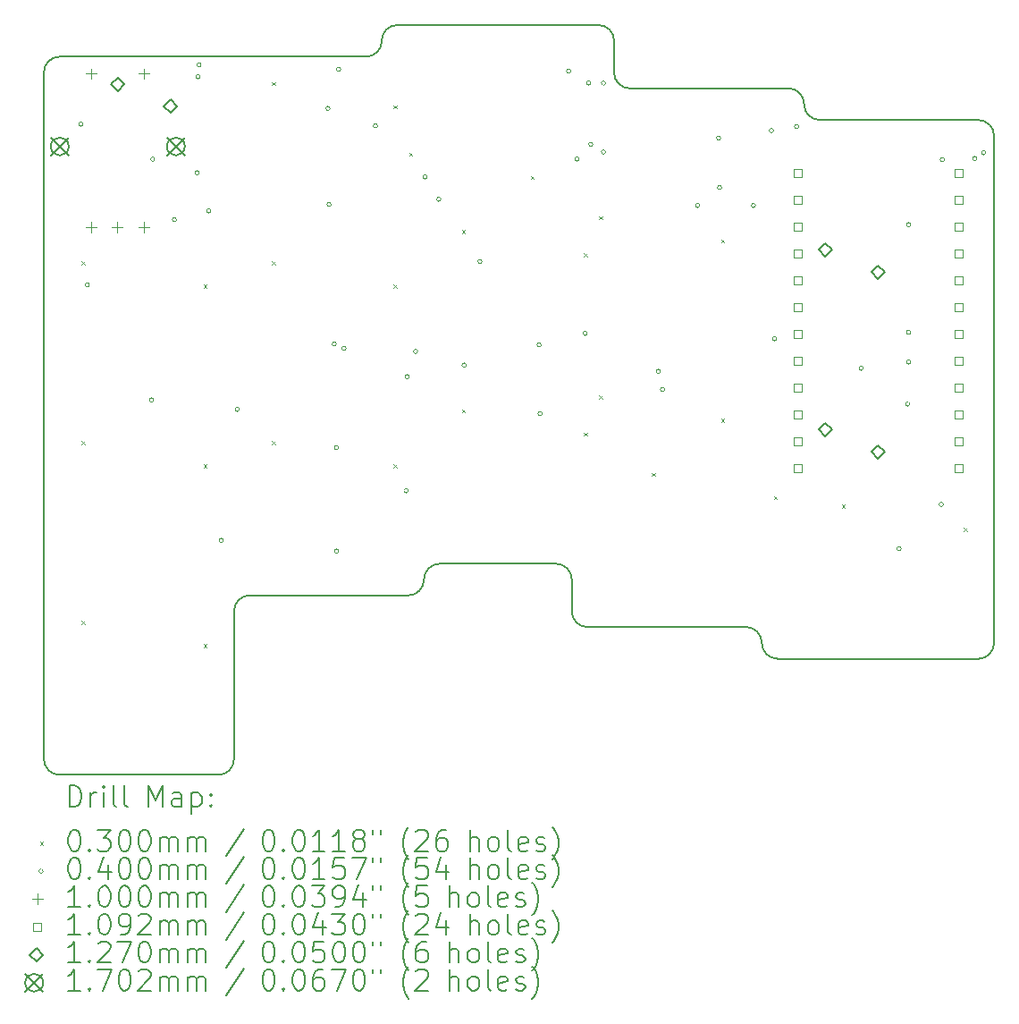
<source format=gbr>
%TF.GenerationSoftware,KiCad,Pcbnew,(7.0.0-0)*%
%TF.CreationDate,2023-06-15T15:06:02+08:00*%
%TF.ProjectId,left,6c656674-2e6b-4696-9361-645f70636258,v1.0.0*%
%TF.SameCoordinates,Original*%
%TF.FileFunction,Drillmap*%
%TF.FilePolarity,Positive*%
%FSLAX45Y45*%
G04 Gerber Fmt 4.5, Leading zero omitted, Abs format (unit mm)*
G04 Created by KiCad (PCBNEW (7.0.0-0)) date 2023-06-15 15:06:02*
%MOMM*%
%LPD*%
G01*
G04 APERTURE LIST*
%ADD10C,0.150000*%
%ADD11C,0.200000*%
%ADD12C,0.030000*%
%ADD13C,0.040000*%
%ADD14C,0.100000*%
%ADD15C,0.109220*%
%ADD16C,0.127000*%
%ADD17C,0.170180*%
G04 APERTURE END LIST*
D10*
X-551000Y-850000D02*
X951000Y-850000D01*
X1100000Y-701000D02*
X1100000Y701000D01*
X-551000Y5950000D02*
X2351000Y5950000D01*
X1249000Y850000D02*
X2751000Y850000D01*
X2900000Y999000D02*
X2900000Y1001000D01*
X3049000Y1150000D02*
X4151000Y1150000D01*
X4700000Y5799000D02*
X4700000Y6101000D01*
X4551000Y6250000D02*
X2649000Y6250000D01*
X2500000Y6101000D02*
X2500000Y6099000D01*
X4449000Y550000D02*
X5951000Y550000D01*
X4300000Y1001000D02*
X4300000Y699000D01*
X6500000Y5499000D02*
X6500000Y5501000D01*
X6351000Y5650000D02*
X4849000Y5650000D01*
X6249000Y250000D02*
X8151000Y250000D01*
X8300000Y399000D02*
X8300000Y5201000D01*
X6100000Y401000D02*
X6100000Y399000D01*
X8151000Y5350000D02*
X6649000Y5350000D01*
X-700000Y-701000D02*
X-700000Y5801000D01*
X951000Y-850000D02*
G75*
G03*
X1100000Y-701000I0J149000D01*
G01*
X1249000Y850000D02*
G75*
G03*
X1100000Y701000I0J-149000D01*
G01*
X2751000Y850000D02*
G75*
G03*
X2900000Y999000I0J149000D01*
G01*
X3049000Y1150000D02*
G75*
G03*
X2900000Y1001000I0J-149000D01*
G01*
X4300000Y1001000D02*
G75*
G03*
X4151000Y1150000I-149000J0D01*
G01*
X4300000Y699000D02*
G75*
G03*
X4449000Y550000I149000J0D01*
G01*
X6100000Y401000D02*
G75*
G03*
X5951000Y550000I-149000J0D01*
G01*
X6100000Y399000D02*
G75*
G03*
X6249000Y250000I149000J0D01*
G01*
X8151000Y250000D02*
G75*
G03*
X8300000Y399000I0J149000D01*
G01*
X8300000Y5201000D02*
G75*
G03*
X8151000Y5350000I-149000J0D01*
G01*
X6500000Y5499000D02*
G75*
G03*
X6649000Y5350000I149000J0D01*
G01*
X6500000Y5501000D02*
G75*
G03*
X6351000Y5650000I-149000J0D01*
G01*
X4700000Y5799000D02*
G75*
G03*
X4849000Y5650000I149000J0D01*
G01*
X4700000Y6101000D02*
G75*
G03*
X4551000Y6250000I-149000J0D01*
G01*
X2649000Y6250000D02*
G75*
G03*
X2500000Y6101000I0J-149000D01*
G01*
X2351000Y5950000D02*
G75*
G03*
X2500000Y6099000I0J149000D01*
G01*
X-551000Y5950000D02*
G75*
G03*
X-700000Y5801000I0J-149000D01*
G01*
X-700000Y-701000D02*
G75*
G03*
X-551000Y-850000I149000J0D01*
G01*
D11*
D12*
X-342500Y4010000D02*
X-312500Y3980000D01*
X-312500Y4010000D02*
X-342500Y3980000D01*
X-342500Y2310000D02*
X-312500Y2280000D01*
X-312500Y2310000D02*
X-342500Y2280000D01*
X-342500Y610000D02*
X-312500Y580000D01*
X-312500Y610000D02*
X-342500Y580000D01*
X812500Y3790000D02*
X842500Y3760000D01*
X842500Y3790000D02*
X812500Y3760000D01*
X812500Y2090000D02*
X842500Y2060000D01*
X842500Y2090000D02*
X812500Y2060000D01*
X812500Y390000D02*
X842500Y360000D01*
X842500Y390000D02*
X812500Y360000D01*
X1457500Y5710000D02*
X1487500Y5680000D01*
X1487500Y5710000D02*
X1457500Y5680000D01*
X1457500Y4010000D02*
X1487500Y3980000D01*
X1487500Y4010000D02*
X1457500Y3980000D01*
X1457500Y2310000D02*
X1487500Y2280000D01*
X1487500Y2310000D02*
X1457500Y2280000D01*
X2612500Y5490000D02*
X2642500Y5460000D01*
X2642500Y5490000D02*
X2612500Y5460000D01*
X2612500Y3790000D02*
X2642500Y3760000D01*
X2642500Y3790000D02*
X2612500Y3760000D01*
X2612500Y2090000D02*
X2642500Y2060000D01*
X2642500Y2090000D02*
X2612500Y2060000D01*
X2757500Y5040000D02*
X2787500Y5010000D01*
X2787500Y5040000D02*
X2757500Y5010000D01*
X3257500Y4310000D02*
X3287500Y4280000D01*
X3287500Y4310000D02*
X3257500Y4280000D01*
X3257500Y2610000D02*
X3287500Y2580000D01*
X3287500Y2610000D02*
X3257500Y2580000D01*
X3912500Y4820000D02*
X3942500Y4790000D01*
X3942500Y4820000D02*
X3912500Y4790000D01*
X4412500Y4090000D02*
X4442500Y4060000D01*
X4442500Y4090000D02*
X4412500Y4060000D01*
X4412500Y2390000D02*
X4442500Y2360000D01*
X4442500Y2390000D02*
X4412500Y2360000D01*
X4557500Y4440000D02*
X4587500Y4410000D01*
X4587500Y4440000D02*
X4557500Y4410000D01*
X4557500Y2740000D02*
X4587500Y2710000D01*
X4587500Y2740000D02*
X4557500Y2710000D01*
X5057500Y2010000D02*
X5087500Y1980000D01*
X5087500Y2010000D02*
X5057500Y1980000D01*
X5712500Y4220000D02*
X5742500Y4190000D01*
X5742500Y4220000D02*
X5712500Y4190000D01*
X5712500Y2520000D02*
X5742500Y2490000D01*
X5742500Y2520000D02*
X5712500Y2490000D01*
X6212500Y1790000D02*
X6242500Y1760000D01*
X6242500Y1790000D02*
X6212500Y1760000D01*
X6857500Y1710000D02*
X6887500Y1680000D01*
X6887500Y1710000D02*
X6857500Y1680000D01*
X8012500Y1490000D02*
X8042500Y1460000D01*
X8042500Y1490000D02*
X8012500Y1460000D01*
D13*
X-330000Y5310000D02*
G75*
G03*
X-330000Y5310000I-20000J0D01*
G01*
X-270000Y3790000D02*
G75*
G03*
X-270000Y3790000I-20000J0D01*
G01*
X340000Y2700000D02*
G75*
G03*
X340000Y2700000I-20000J0D01*
G01*
X350000Y4980000D02*
G75*
G03*
X350000Y4980000I-20000J0D01*
G01*
X555702Y4405702D02*
G75*
G03*
X555702Y4405702I-20000J0D01*
G01*
X770000Y4850000D02*
G75*
G03*
X770000Y4850000I-20000J0D01*
G01*
X780000Y5760000D02*
G75*
G03*
X780000Y5760000I-20000J0D01*
G01*
X788770Y5871230D02*
G75*
G03*
X788770Y5871230I-20000J0D01*
G01*
X880000Y4490000D02*
G75*
G03*
X880000Y4490000I-20000J0D01*
G01*
X1000000Y1370000D02*
G75*
G03*
X1000000Y1370000I-20000J0D01*
G01*
X1150000Y2610000D02*
G75*
G03*
X1150000Y2610000I-20000J0D01*
G01*
X2010000Y5460000D02*
G75*
G03*
X2010000Y5460000I-20000J0D01*
G01*
X2020000Y4550000D02*
G75*
G03*
X2020000Y4550000I-20000J0D01*
G01*
X2070000Y3230000D02*
G75*
G03*
X2070000Y3230000I-20000J0D01*
G01*
X2090000Y2250000D02*
G75*
G03*
X2090000Y2250000I-20000J0D01*
G01*
X2090000Y1270000D02*
G75*
G03*
X2090000Y1270000I-20000J0D01*
G01*
X2110000Y5830000D02*
G75*
G03*
X2110000Y5830000I-20000J0D01*
G01*
X2161336Y3189406D02*
G75*
G03*
X2161336Y3189406I-20000J0D01*
G01*
X2460000Y5295040D02*
G75*
G03*
X2460000Y5295040I-20000J0D01*
G01*
X2750000Y1840000D02*
G75*
G03*
X2750000Y1840000I-20000J0D01*
G01*
X2760000Y2920000D02*
G75*
G03*
X2760000Y2920000I-20000J0D01*
G01*
X2840000Y3160000D02*
G75*
G03*
X2840000Y3160000I-20000J0D01*
G01*
X2930000Y4810000D02*
G75*
G03*
X2930000Y4810000I-20000J0D01*
G01*
X3060000Y4600000D02*
G75*
G03*
X3060000Y4600000I-20000J0D01*
G01*
X3300000Y3030000D02*
G75*
G03*
X3300000Y3030000I-20000J0D01*
G01*
X3450000Y4010000D02*
G75*
G03*
X3450000Y4010000I-20000J0D01*
G01*
X4010000Y3220000D02*
G75*
G03*
X4010000Y3220000I-20000J0D01*
G01*
X4020000Y2570000D02*
G75*
G03*
X4020000Y2570000I-20000J0D01*
G01*
X4290000Y5812450D02*
G75*
G03*
X4290000Y5812450I-20000J0D01*
G01*
X4370000Y4980000D02*
G75*
G03*
X4370000Y4980000I-20000J0D01*
G01*
X4447500Y3330000D02*
G75*
G03*
X4447500Y3330000I-20000J0D01*
G01*
X4480000Y5700000D02*
G75*
G03*
X4480000Y5700000I-20000J0D01*
G01*
X4500000Y5120000D02*
G75*
G03*
X4500000Y5120000I-20000J0D01*
G01*
X4620000Y5700000D02*
G75*
G03*
X4620000Y5700000I-20000J0D01*
G01*
X4620000Y5047550D02*
G75*
G03*
X4620000Y5047550I-20000J0D01*
G01*
X5140000Y2970000D02*
G75*
G03*
X5140000Y2970000I-20000J0D01*
G01*
X5180000Y2800000D02*
G75*
G03*
X5180000Y2800000I-20000J0D01*
G01*
X5510000Y4540000D02*
G75*
G03*
X5510000Y4540000I-20000J0D01*
G01*
X5710000Y5180000D02*
G75*
G03*
X5710000Y5180000I-20000J0D01*
G01*
X5720000Y4710000D02*
G75*
G03*
X5720000Y4710000I-20000J0D01*
G01*
X6040000Y4540000D02*
G75*
G03*
X6040000Y4540000I-20000J0D01*
G01*
X6210000Y5250000D02*
G75*
G03*
X6210000Y5250000I-20000J0D01*
G01*
X6240000Y3280000D02*
G75*
G03*
X6240000Y3280000I-20000J0D01*
G01*
X6450000Y5290000D02*
G75*
G03*
X6450000Y5290000I-20000J0D01*
G01*
X7060000Y3000000D02*
G75*
G03*
X7060000Y3000000I-20000J0D01*
G01*
X7420000Y1290000D02*
G75*
G03*
X7420000Y1290000I-20000J0D01*
G01*
X7500000Y2660000D02*
G75*
G03*
X7500000Y2660000I-20000J0D01*
G01*
X7510000Y4360000D02*
G75*
G03*
X7510000Y4360000I-20000J0D01*
G01*
X7510000Y3340000D02*
G75*
G03*
X7510000Y3340000I-20000J0D01*
G01*
X7510000Y3060000D02*
G75*
G03*
X7510000Y3060000I-20000J0D01*
G01*
X7820000Y1710000D02*
G75*
G03*
X7820000Y1710000I-20000J0D01*
G01*
X7830000Y4975100D02*
G75*
G03*
X7830000Y4975100I-20000J0D01*
G01*
X8135242Y4987027D02*
G75*
G03*
X8135242Y4987027I-20000J0D01*
G01*
X8220000Y5040000D02*
G75*
G03*
X8220000Y5040000I-20000J0D01*
G01*
D14*
X-254000Y5838000D02*
X-254000Y5738000D01*
X-304000Y5788000D02*
X-204000Y5788000D01*
X-254000Y4388000D02*
X-254000Y4288000D01*
X-304000Y4338000D02*
X-204000Y4338000D01*
X-4000Y4388000D02*
X-4000Y4288000D01*
X-54000Y4338000D02*
X46000Y4338000D01*
X246000Y5838000D02*
X246000Y5738000D01*
X196000Y5788000D02*
X296000Y5788000D01*
X246000Y4388000D02*
X246000Y4288000D01*
X196000Y4338000D02*
X296000Y4338000D01*
D15*
X6476615Y4808385D02*
X6476615Y4885616D01*
X6399384Y4885616D01*
X6399384Y4808385D01*
X6476615Y4808385D01*
X6476615Y4554385D02*
X6476615Y4631616D01*
X6399384Y4631616D01*
X6399384Y4554385D01*
X6476615Y4554385D01*
X6476615Y4300385D02*
X6476615Y4377616D01*
X6399384Y4377616D01*
X6399384Y4300385D01*
X6476615Y4300385D01*
X6476615Y4046384D02*
X6476615Y4123615D01*
X6399384Y4123615D01*
X6399384Y4046384D01*
X6476615Y4046384D01*
X6476615Y3792384D02*
X6476615Y3869615D01*
X6399384Y3869615D01*
X6399384Y3792384D01*
X6476615Y3792384D01*
X6476615Y3538384D02*
X6476615Y3615615D01*
X6399384Y3615615D01*
X6399384Y3538384D01*
X6476615Y3538384D01*
X6476615Y3284384D02*
X6476615Y3361615D01*
X6399384Y3361615D01*
X6399384Y3284384D01*
X6476615Y3284384D01*
X6476615Y3030384D02*
X6476615Y3107615D01*
X6399384Y3107615D01*
X6399384Y3030384D01*
X6476615Y3030384D01*
X6476615Y2776385D02*
X6476615Y2853615D01*
X6399384Y2853615D01*
X6399384Y2776385D01*
X6476615Y2776385D01*
X6476615Y2522385D02*
X6476615Y2599616D01*
X6399384Y2599616D01*
X6399384Y2522385D01*
X6476615Y2522385D01*
X6476615Y2268385D02*
X6476615Y2345616D01*
X6399384Y2345616D01*
X6399384Y2268385D01*
X6476615Y2268385D01*
X6476615Y2014384D02*
X6476615Y2091615D01*
X6399384Y2091615D01*
X6399384Y2014384D01*
X6476615Y2014384D01*
X8000615Y4808385D02*
X8000615Y4885616D01*
X7923384Y4885616D01*
X7923384Y4808385D01*
X8000615Y4808385D01*
X8000615Y4554385D02*
X8000615Y4631616D01*
X7923384Y4631616D01*
X7923384Y4554385D01*
X8000615Y4554385D01*
X8000615Y4300385D02*
X8000615Y4377616D01*
X7923384Y4377616D01*
X7923384Y4300385D01*
X8000615Y4300385D01*
X8000615Y4046384D02*
X8000615Y4123615D01*
X7923384Y4123615D01*
X7923384Y4046384D01*
X8000615Y4046384D01*
X8000615Y3792384D02*
X8000615Y3869615D01*
X7923384Y3869615D01*
X7923384Y3792384D01*
X8000615Y3792384D01*
X8000615Y3538384D02*
X8000615Y3615615D01*
X7923384Y3615615D01*
X7923384Y3538384D01*
X8000615Y3538384D01*
X8000615Y3284384D02*
X8000615Y3361615D01*
X7923384Y3361615D01*
X7923384Y3284384D01*
X8000615Y3284384D01*
X8000615Y3030384D02*
X8000615Y3107615D01*
X7923384Y3107615D01*
X7923384Y3030384D01*
X8000615Y3030384D01*
X8000615Y2776385D02*
X8000615Y2853615D01*
X7923384Y2853615D01*
X7923384Y2776385D01*
X8000615Y2776385D01*
X8000615Y2522385D02*
X8000615Y2599616D01*
X7923384Y2599616D01*
X7923384Y2522385D01*
X8000615Y2522385D01*
X8000615Y2268385D02*
X8000615Y2345616D01*
X7923384Y2345616D01*
X7923384Y2268385D01*
X8000615Y2268385D01*
X8000615Y2014384D02*
X8000615Y2091615D01*
X7923384Y2091615D01*
X7923384Y2014384D01*
X8000615Y2014384D01*
D16*
X0Y5626500D02*
X63500Y5690000D01*
X0Y5753500D01*
X-63500Y5690000D01*
X0Y5626500D01*
X500000Y5416500D02*
X563500Y5480000D01*
X500000Y5543500D01*
X436500Y5480000D01*
X500000Y5416500D01*
X6700000Y4056500D02*
X6763500Y4120000D01*
X6700000Y4183500D01*
X6636500Y4120000D01*
X6700000Y4056500D01*
X6700000Y2356500D02*
X6763500Y2420000D01*
X6700000Y2483500D01*
X6636500Y2420000D01*
X6700000Y2356500D01*
X7200000Y3846500D02*
X7263500Y3910000D01*
X7200000Y3973500D01*
X7136500Y3910000D01*
X7200000Y3846500D01*
X7200000Y2146500D02*
X7263500Y2210000D01*
X7200000Y2273500D01*
X7136500Y2210000D01*
X7200000Y2146500D01*
D17*
X-635090Y5185090D02*
X-464910Y5014910D01*
X-464910Y5185090D02*
X-635090Y5014910D01*
X-464910Y5100000D02*
G75*
G03*
X-464910Y5100000I-85090J0D01*
G01*
X464910Y5185090D02*
X635090Y5014910D01*
X635090Y5185090D02*
X464910Y5014910D01*
X635090Y5100000D02*
G75*
G03*
X635090Y5100000I-85090J0D01*
G01*
D11*
X-459881Y-1150976D02*
X-459881Y-950976D01*
X-459881Y-950976D02*
X-412262Y-950976D01*
X-412262Y-950976D02*
X-383690Y-960500D01*
X-383690Y-960500D02*
X-364643Y-979548D01*
X-364643Y-979548D02*
X-355119Y-998595D01*
X-355119Y-998595D02*
X-345595Y-1036690D01*
X-345595Y-1036690D02*
X-345595Y-1065262D01*
X-345595Y-1065262D02*
X-355119Y-1103357D01*
X-355119Y-1103357D02*
X-364643Y-1122405D01*
X-364643Y-1122405D02*
X-383690Y-1141452D01*
X-383690Y-1141452D02*
X-412262Y-1150976D01*
X-412262Y-1150976D02*
X-459881Y-1150976D01*
X-259881Y-1150976D02*
X-259881Y-1017643D01*
X-259881Y-1055738D02*
X-250357Y-1036690D01*
X-250357Y-1036690D02*
X-240833Y-1027167D01*
X-240833Y-1027167D02*
X-221786Y-1017643D01*
X-221786Y-1017643D02*
X-202738Y-1017643D01*
X-136071Y-1150976D02*
X-136071Y-1017643D01*
X-136071Y-950976D02*
X-145595Y-960500D01*
X-145595Y-960500D02*
X-136071Y-970024D01*
X-136071Y-970024D02*
X-126548Y-960500D01*
X-126548Y-960500D02*
X-136071Y-950976D01*
X-136071Y-950976D02*
X-136071Y-970024D01*
X-12262Y-1150976D02*
X-31309Y-1141452D01*
X-31309Y-1141452D02*
X-40833Y-1122405D01*
X-40833Y-1122405D02*
X-40833Y-950976D01*
X92500Y-1150976D02*
X73452Y-1141452D01*
X73452Y-1141452D02*
X63928Y-1122405D01*
X63928Y-1122405D02*
X63928Y-950976D01*
X288690Y-1150976D02*
X288690Y-950976D01*
X288690Y-950976D02*
X355357Y-1093833D01*
X355357Y-1093833D02*
X422024Y-950976D01*
X422024Y-950976D02*
X422024Y-1150976D01*
X602976Y-1150976D02*
X602976Y-1046214D01*
X602976Y-1046214D02*
X593452Y-1027167D01*
X593452Y-1027167D02*
X574405Y-1017643D01*
X574405Y-1017643D02*
X536309Y-1017643D01*
X536309Y-1017643D02*
X517262Y-1027167D01*
X602976Y-1141452D02*
X583929Y-1150976D01*
X583929Y-1150976D02*
X536309Y-1150976D01*
X536309Y-1150976D02*
X517262Y-1141452D01*
X517262Y-1141452D02*
X507738Y-1122405D01*
X507738Y-1122405D02*
X507738Y-1103357D01*
X507738Y-1103357D02*
X517262Y-1084310D01*
X517262Y-1084310D02*
X536309Y-1074786D01*
X536309Y-1074786D02*
X583929Y-1074786D01*
X583929Y-1074786D02*
X602976Y-1065262D01*
X698214Y-1017643D02*
X698214Y-1217643D01*
X698214Y-1027167D02*
X717262Y-1017643D01*
X717262Y-1017643D02*
X755357Y-1017643D01*
X755357Y-1017643D02*
X774405Y-1027167D01*
X774405Y-1027167D02*
X783928Y-1036690D01*
X783928Y-1036690D02*
X793452Y-1055738D01*
X793452Y-1055738D02*
X793452Y-1112881D01*
X793452Y-1112881D02*
X783928Y-1131929D01*
X783928Y-1131929D02*
X774405Y-1141452D01*
X774405Y-1141452D02*
X755357Y-1150976D01*
X755357Y-1150976D02*
X717262Y-1150976D01*
X717262Y-1150976D02*
X698214Y-1141452D01*
X879167Y-1131929D02*
X888690Y-1141452D01*
X888690Y-1141452D02*
X879167Y-1150976D01*
X879167Y-1150976D02*
X869643Y-1141452D01*
X869643Y-1141452D02*
X879167Y-1131929D01*
X879167Y-1131929D02*
X879167Y-1150976D01*
X879167Y-1027167D02*
X888690Y-1036690D01*
X888690Y-1036690D02*
X879167Y-1046214D01*
X879167Y-1046214D02*
X869643Y-1036690D01*
X869643Y-1036690D02*
X879167Y-1027167D01*
X879167Y-1027167D02*
X879167Y-1046214D01*
D12*
X-737500Y-1482500D02*
X-707500Y-1512500D01*
X-707500Y-1482500D02*
X-737500Y-1512500D01*
D11*
X-421786Y-1370976D02*
X-402738Y-1370976D01*
X-402738Y-1370976D02*
X-383690Y-1380500D01*
X-383690Y-1380500D02*
X-374167Y-1390024D01*
X-374167Y-1390024D02*
X-364643Y-1409071D01*
X-364643Y-1409071D02*
X-355119Y-1447167D01*
X-355119Y-1447167D02*
X-355119Y-1494786D01*
X-355119Y-1494786D02*
X-364643Y-1532881D01*
X-364643Y-1532881D02*
X-374167Y-1551928D01*
X-374167Y-1551928D02*
X-383690Y-1561452D01*
X-383690Y-1561452D02*
X-402738Y-1570976D01*
X-402738Y-1570976D02*
X-421786Y-1570976D01*
X-421786Y-1570976D02*
X-440833Y-1561452D01*
X-440833Y-1561452D02*
X-450357Y-1551928D01*
X-450357Y-1551928D02*
X-459881Y-1532881D01*
X-459881Y-1532881D02*
X-469405Y-1494786D01*
X-469405Y-1494786D02*
X-469405Y-1447167D01*
X-469405Y-1447167D02*
X-459881Y-1409071D01*
X-459881Y-1409071D02*
X-450357Y-1390024D01*
X-450357Y-1390024D02*
X-440833Y-1380500D01*
X-440833Y-1380500D02*
X-421786Y-1370976D01*
X-269405Y-1551928D02*
X-259881Y-1561452D01*
X-259881Y-1561452D02*
X-269405Y-1570976D01*
X-269405Y-1570976D02*
X-278929Y-1561452D01*
X-278929Y-1561452D02*
X-269405Y-1551928D01*
X-269405Y-1551928D02*
X-269405Y-1570976D01*
X-193214Y-1370976D02*
X-69405Y-1370976D01*
X-69405Y-1370976D02*
X-136071Y-1447167D01*
X-136071Y-1447167D02*
X-107500Y-1447167D01*
X-107500Y-1447167D02*
X-88452Y-1456690D01*
X-88452Y-1456690D02*
X-78929Y-1466214D01*
X-78929Y-1466214D02*
X-69405Y-1485262D01*
X-69405Y-1485262D02*
X-69405Y-1532881D01*
X-69405Y-1532881D02*
X-78929Y-1551928D01*
X-78929Y-1551928D02*
X-88452Y-1561452D01*
X-88452Y-1561452D02*
X-107500Y-1570976D01*
X-107500Y-1570976D02*
X-164643Y-1570976D01*
X-164643Y-1570976D02*
X-183690Y-1561452D01*
X-183690Y-1561452D02*
X-193214Y-1551928D01*
X54405Y-1370976D02*
X73452Y-1370976D01*
X73452Y-1370976D02*
X92500Y-1380500D01*
X92500Y-1380500D02*
X102024Y-1390024D01*
X102024Y-1390024D02*
X111548Y-1409071D01*
X111548Y-1409071D02*
X121071Y-1447167D01*
X121071Y-1447167D02*
X121071Y-1494786D01*
X121071Y-1494786D02*
X111548Y-1532881D01*
X111548Y-1532881D02*
X102024Y-1551928D01*
X102024Y-1551928D02*
X92500Y-1561452D01*
X92500Y-1561452D02*
X73452Y-1570976D01*
X73452Y-1570976D02*
X54405Y-1570976D01*
X54405Y-1570976D02*
X35357Y-1561452D01*
X35357Y-1561452D02*
X25833Y-1551928D01*
X25833Y-1551928D02*
X16309Y-1532881D01*
X16309Y-1532881D02*
X6786Y-1494786D01*
X6786Y-1494786D02*
X6786Y-1447167D01*
X6786Y-1447167D02*
X16309Y-1409071D01*
X16309Y-1409071D02*
X25833Y-1390024D01*
X25833Y-1390024D02*
X35357Y-1380500D01*
X35357Y-1380500D02*
X54405Y-1370976D01*
X244881Y-1370976D02*
X263929Y-1370976D01*
X263929Y-1370976D02*
X282976Y-1380500D01*
X282976Y-1380500D02*
X292500Y-1390024D01*
X292500Y-1390024D02*
X302024Y-1409071D01*
X302024Y-1409071D02*
X311548Y-1447167D01*
X311548Y-1447167D02*
X311548Y-1494786D01*
X311548Y-1494786D02*
X302024Y-1532881D01*
X302024Y-1532881D02*
X292500Y-1551928D01*
X292500Y-1551928D02*
X282976Y-1561452D01*
X282976Y-1561452D02*
X263929Y-1570976D01*
X263929Y-1570976D02*
X244881Y-1570976D01*
X244881Y-1570976D02*
X225833Y-1561452D01*
X225833Y-1561452D02*
X216309Y-1551928D01*
X216309Y-1551928D02*
X206786Y-1532881D01*
X206786Y-1532881D02*
X197262Y-1494786D01*
X197262Y-1494786D02*
X197262Y-1447167D01*
X197262Y-1447167D02*
X206786Y-1409071D01*
X206786Y-1409071D02*
X216309Y-1390024D01*
X216309Y-1390024D02*
X225833Y-1380500D01*
X225833Y-1380500D02*
X244881Y-1370976D01*
X397262Y-1570976D02*
X397262Y-1437643D01*
X397262Y-1456690D02*
X406786Y-1447167D01*
X406786Y-1447167D02*
X425833Y-1437643D01*
X425833Y-1437643D02*
X454405Y-1437643D01*
X454405Y-1437643D02*
X473452Y-1447167D01*
X473452Y-1447167D02*
X482976Y-1466214D01*
X482976Y-1466214D02*
X482976Y-1570976D01*
X482976Y-1466214D02*
X492500Y-1447167D01*
X492500Y-1447167D02*
X511548Y-1437643D01*
X511548Y-1437643D02*
X540119Y-1437643D01*
X540119Y-1437643D02*
X559167Y-1447167D01*
X559167Y-1447167D02*
X568691Y-1466214D01*
X568691Y-1466214D02*
X568691Y-1570976D01*
X663929Y-1570976D02*
X663929Y-1437643D01*
X663929Y-1456690D02*
X673452Y-1447167D01*
X673452Y-1447167D02*
X692500Y-1437643D01*
X692500Y-1437643D02*
X721071Y-1437643D01*
X721071Y-1437643D02*
X740119Y-1447167D01*
X740119Y-1447167D02*
X749643Y-1466214D01*
X749643Y-1466214D02*
X749643Y-1570976D01*
X749643Y-1466214D02*
X759167Y-1447167D01*
X759167Y-1447167D02*
X778214Y-1437643D01*
X778214Y-1437643D02*
X806786Y-1437643D01*
X806786Y-1437643D02*
X825833Y-1447167D01*
X825833Y-1447167D02*
X835357Y-1466214D01*
X835357Y-1466214D02*
X835357Y-1570976D01*
X1193452Y-1361452D02*
X1022024Y-1618595D01*
X1418214Y-1370976D02*
X1437262Y-1370976D01*
X1437262Y-1370976D02*
X1456310Y-1380500D01*
X1456310Y-1380500D02*
X1465833Y-1390024D01*
X1465833Y-1390024D02*
X1475357Y-1409071D01*
X1475357Y-1409071D02*
X1484881Y-1447167D01*
X1484881Y-1447167D02*
X1484881Y-1494786D01*
X1484881Y-1494786D02*
X1475357Y-1532881D01*
X1475357Y-1532881D02*
X1465833Y-1551928D01*
X1465833Y-1551928D02*
X1456310Y-1561452D01*
X1456310Y-1561452D02*
X1437262Y-1570976D01*
X1437262Y-1570976D02*
X1418214Y-1570976D01*
X1418214Y-1570976D02*
X1399167Y-1561452D01*
X1399167Y-1561452D02*
X1389643Y-1551928D01*
X1389643Y-1551928D02*
X1380119Y-1532881D01*
X1380119Y-1532881D02*
X1370595Y-1494786D01*
X1370595Y-1494786D02*
X1370595Y-1447167D01*
X1370595Y-1447167D02*
X1380119Y-1409071D01*
X1380119Y-1409071D02*
X1389643Y-1390024D01*
X1389643Y-1390024D02*
X1399167Y-1380500D01*
X1399167Y-1380500D02*
X1418214Y-1370976D01*
X1570595Y-1551928D02*
X1580119Y-1561452D01*
X1580119Y-1561452D02*
X1570595Y-1570976D01*
X1570595Y-1570976D02*
X1561071Y-1561452D01*
X1561071Y-1561452D02*
X1570595Y-1551928D01*
X1570595Y-1551928D02*
X1570595Y-1570976D01*
X1703929Y-1370976D02*
X1722976Y-1370976D01*
X1722976Y-1370976D02*
X1742024Y-1380500D01*
X1742024Y-1380500D02*
X1751548Y-1390024D01*
X1751548Y-1390024D02*
X1761071Y-1409071D01*
X1761071Y-1409071D02*
X1770595Y-1447167D01*
X1770595Y-1447167D02*
X1770595Y-1494786D01*
X1770595Y-1494786D02*
X1761071Y-1532881D01*
X1761071Y-1532881D02*
X1751548Y-1551928D01*
X1751548Y-1551928D02*
X1742024Y-1561452D01*
X1742024Y-1561452D02*
X1722976Y-1570976D01*
X1722976Y-1570976D02*
X1703929Y-1570976D01*
X1703929Y-1570976D02*
X1684881Y-1561452D01*
X1684881Y-1561452D02*
X1675357Y-1551928D01*
X1675357Y-1551928D02*
X1665833Y-1532881D01*
X1665833Y-1532881D02*
X1656310Y-1494786D01*
X1656310Y-1494786D02*
X1656310Y-1447167D01*
X1656310Y-1447167D02*
X1665833Y-1409071D01*
X1665833Y-1409071D02*
X1675357Y-1390024D01*
X1675357Y-1390024D02*
X1684881Y-1380500D01*
X1684881Y-1380500D02*
X1703929Y-1370976D01*
X1961071Y-1570976D02*
X1846786Y-1570976D01*
X1903929Y-1570976D02*
X1903929Y-1370976D01*
X1903929Y-1370976D02*
X1884881Y-1399548D01*
X1884881Y-1399548D02*
X1865833Y-1418595D01*
X1865833Y-1418595D02*
X1846786Y-1428119D01*
X2151548Y-1570976D02*
X2037262Y-1570976D01*
X2094405Y-1570976D02*
X2094405Y-1370976D01*
X2094405Y-1370976D02*
X2075357Y-1399548D01*
X2075357Y-1399548D02*
X2056310Y-1418595D01*
X2056310Y-1418595D02*
X2037262Y-1428119D01*
X2265833Y-1456690D02*
X2246786Y-1447167D01*
X2246786Y-1447167D02*
X2237262Y-1437643D01*
X2237262Y-1437643D02*
X2227738Y-1418595D01*
X2227738Y-1418595D02*
X2227738Y-1409071D01*
X2227738Y-1409071D02*
X2237262Y-1390024D01*
X2237262Y-1390024D02*
X2246786Y-1380500D01*
X2246786Y-1380500D02*
X2265833Y-1370976D01*
X2265833Y-1370976D02*
X2303929Y-1370976D01*
X2303929Y-1370976D02*
X2322976Y-1380500D01*
X2322976Y-1380500D02*
X2332500Y-1390024D01*
X2332500Y-1390024D02*
X2342024Y-1409071D01*
X2342024Y-1409071D02*
X2342024Y-1418595D01*
X2342024Y-1418595D02*
X2332500Y-1437643D01*
X2332500Y-1437643D02*
X2322976Y-1447167D01*
X2322976Y-1447167D02*
X2303929Y-1456690D01*
X2303929Y-1456690D02*
X2265833Y-1456690D01*
X2265833Y-1456690D02*
X2246786Y-1466214D01*
X2246786Y-1466214D02*
X2237262Y-1475738D01*
X2237262Y-1475738D02*
X2227738Y-1494786D01*
X2227738Y-1494786D02*
X2227738Y-1532881D01*
X2227738Y-1532881D02*
X2237262Y-1551928D01*
X2237262Y-1551928D02*
X2246786Y-1561452D01*
X2246786Y-1561452D02*
X2265833Y-1570976D01*
X2265833Y-1570976D02*
X2303929Y-1570976D01*
X2303929Y-1570976D02*
X2322976Y-1561452D01*
X2322976Y-1561452D02*
X2332500Y-1551928D01*
X2332500Y-1551928D02*
X2342024Y-1532881D01*
X2342024Y-1532881D02*
X2342024Y-1494786D01*
X2342024Y-1494786D02*
X2332500Y-1475738D01*
X2332500Y-1475738D02*
X2322976Y-1466214D01*
X2322976Y-1466214D02*
X2303929Y-1456690D01*
X2418214Y-1370976D02*
X2418214Y-1409071D01*
X2494405Y-1370976D02*
X2494405Y-1409071D01*
X2757262Y-1647167D02*
X2747738Y-1637643D01*
X2747738Y-1637643D02*
X2728691Y-1609071D01*
X2728691Y-1609071D02*
X2719167Y-1590024D01*
X2719167Y-1590024D02*
X2709643Y-1561452D01*
X2709643Y-1561452D02*
X2700119Y-1513833D01*
X2700119Y-1513833D02*
X2700119Y-1475738D01*
X2700119Y-1475738D02*
X2709643Y-1428119D01*
X2709643Y-1428119D02*
X2719167Y-1399548D01*
X2719167Y-1399548D02*
X2728691Y-1380500D01*
X2728691Y-1380500D02*
X2747738Y-1351929D01*
X2747738Y-1351929D02*
X2757262Y-1342405D01*
X2823929Y-1390024D02*
X2833452Y-1380500D01*
X2833452Y-1380500D02*
X2852500Y-1370976D01*
X2852500Y-1370976D02*
X2900119Y-1370976D01*
X2900119Y-1370976D02*
X2919167Y-1380500D01*
X2919167Y-1380500D02*
X2928691Y-1390024D01*
X2928691Y-1390024D02*
X2938214Y-1409071D01*
X2938214Y-1409071D02*
X2938214Y-1428119D01*
X2938214Y-1428119D02*
X2928691Y-1456690D01*
X2928691Y-1456690D02*
X2814405Y-1570976D01*
X2814405Y-1570976D02*
X2938214Y-1570976D01*
X3109643Y-1370976D02*
X3071548Y-1370976D01*
X3071548Y-1370976D02*
X3052500Y-1380500D01*
X3052500Y-1380500D02*
X3042976Y-1390024D01*
X3042976Y-1390024D02*
X3023929Y-1418595D01*
X3023929Y-1418595D02*
X3014405Y-1456690D01*
X3014405Y-1456690D02*
X3014405Y-1532881D01*
X3014405Y-1532881D02*
X3023929Y-1551928D01*
X3023929Y-1551928D02*
X3033452Y-1561452D01*
X3033452Y-1561452D02*
X3052500Y-1570976D01*
X3052500Y-1570976D02*
X3090595Y-1570976D01*
X3090595Y-1570976D02*
X3109643Y-1561452D01*
X3109643Y-1561452D02*
X3119167Y-1551928D01*
X3119167Y-1551928D02*
X3128691Y-1532881D01*
X3128691Y-1532881D02*
X3128691Y-1485262D01*
X3128691Y-1485262D02*
X3119167Y-1466214D01*
X3119167Y-1466214D02*
X3109643Y-1456690D01*
X3109643Y-1456690D02*
X3090595Y-1447167D01*
X3090595Y-1447167D02*
X3052500Y-1447167D01*
X3052500Y-1447167D02*
X3033452Y-1456690D01*
X3033452Y-1456690D02*
X3023929Y-1466214D01*
X3023929Y-1466214D02*
X3014405Y-1485262D01*
X3334405Y-1570976D02*
X3334405Y-1370976D01*
X3420119Y-1570976D02*
X3420119Y-1466214D01*
X3420119Y-1466214D02*
X3410595Y-1447167D01*
X3410595Y-1447167D02*
X3391548Y-1437643D01*
X3391548Y-1437643D02*
X3362976Y-1437643D01*
X3362976Y-1437643D02*
X3343929Y-1447167D01*
X3343929Y-1447167D02*
X3334405Y-1456690D01*
X3543929Y-1570976D02*
X3524881Y-1561452D01*
X3524881Y-1561452D02*
X3515357Y-1551928D01*
X3515357Y-1551928D02*
X3505833Y-1532881D01*
X3505833Y-1532881D02*
X3505833Y-1475738D01*
X3505833Y-1475738D02*
X3515357Y-1456690D01*
X3515357Y-1456690D02*
X3524881Y-1447167D01*
X3524881Y-1447167D02*
X3543929Y-1437643D01*
X3543929Y-1437643D02*
X3572500Y-1437643D01*
X3572500Y-1437643D02*
X3591548Y-1447167D01*
X3591548Y-1447167D02*
X3601072Y-1456690D01*
X3601072Y-1456690D02*
X3610595Y-1475738D01*
X3610595Y-1475738D02*
X3610595Y-1532881D01*
X3610595Y-1532881D02*
X3601072Y-1551928D01*
X3601072Y-1551928D02*
X3591548Y-1561452D01*
X3591548Y-1561452D02*
X3572500Y-1570976D01*
X3572500Y-1570976D02*
X3543929Y-1570976D01*
X3724881Y-1570976D02*
X3705833Y-1561452D01*
X3705833Y-1561452D02*
X3696310Y-1542405D01*
X3696310Y-1542405D02*
X3696310Y-1370976D01*
X3877262Y-1561452D02*
X3858214Y-1570976D01*
X3858214Y-1570976D02*
X3820119Y-1570976D01*
X3820119Y-1570976D02*
X3801072Y-1561452D01*
X3801072Y-1561452D02*
X3791548Y-1542405D01*
X3791548Y-1542405D02*
X3791548Y-1466214D01*
X3791548Y-1466214D02*
X3801072Y-1447167D01*
X3801072Y-1447167D02*
X3820119Y-1437643D01*
X3820119Y-1437643D02*
X3858214Y-1437643D01*
X3858214Y-1437643D02*
X3877262Y-1447167D01*
X3877262Y-1447167D02*
X3886786Y-1466214D01*
X3886786Y-1466214D02*
X3886786Y-1485262D01*
X3886786Y-1485262D02*
X3791548Y-1504309D01*
X3962976Y-1561452D02*
X3982024Y-1570976D01*
X3982024Y-1570976D02*
X4020119Y-1570976D01*
X4020119Y-1570976D02*
X4039167Y-1561452D01*
X4039167Y-1561452D02*
X4048691Y-1542405D01*
X4048691Y-1542405D02*
X4048691Y-1532881D01*
X4048691Y-1532881D02*
X4039167Y-1513833D01*
X4039167Y-1513833D02*
X4020119Y-1504309D01*
X4020119Y-1504309D02*
X3991548Y-1504309D01*
X3991548Y-1504309D02*
X3972500Y-1494786D01*
X3972500Y-1494786D02*
X3962976Y-1475738D01*
X3962976Y-1475738D02*
X3962976Y-1466214D01*
X3962976Y-1466214D02*
X3972500Y-1447167D01*
X3972500Y-1447167D02*
X3991548Y-1437643D01*
X3991548Y-1437643D02*
X4020119Y-1437643D01*
X4020119Y-1437643D02*
X4039167Y-1447167D01*
X4115357Y-1647167D02*
X4124881Y-1637643D01*
X4124881Y-1637643D02*
X4143929Y-1609071D01*
X4143929Y-1609071D02*
X4153453Y-1590024D01*
X4153453Y-1590024D02*
X4162976Y-1561452D01*
X4162976Y-1561452D02*
X4172500Y-1513833D01*
X4172500Y-1513833D02*
X4172500Y-1475738D01*
X4172500Y-1475738D02*
X4162976Y-1428119D01*
X4162976Y-1428119D02*
X4153453Y-1399548D01*
X4153453Y-1399548D02*
X4143929Y-1380500D01*
X4143929Y-1380500D02*
X4124881Y-1351929D01*
X4124881Y-1351929D02*
X4115357Y-1342405D01*
D13*
X-707500Y-1761500D02*
G75*
G03*
X-707500Y-1761500I-20000J0D01*
G01*
D11*
X-421786Y-1634976D02*
X-402738Y-1634976D01*
X-402738Y-1634976D02*
X-383690Y-1644500D01*
X-383690Y-1644500D02*
X-374167Y-1654024D01*
X-374167Y-1654024D02*
X-364643Y-1673071D01*
X-364643Y-1673071D02*
X-355119Y-1711167D01*
X-355119Y-1711167D02*
X-355119Y-1758786D01*
X-355119Y-1758786D02*
X-364643Y-1796881D01*
X-364643Y-1796881D02*
X-374167Y-1815928D01*
X-374167Y-1815928D02*
X-383690Y-1825452D01*
X-383690Y-1825452D02*
X-402738Y-1834976D01*
X-402738Y-1834976D02*
X-421786Y-1834976D01*
X-421786Y-1834976D02*
X-440833Y-1825452D01*
X-440833Y-1825452D02*
X-450357Y-1815928D01*
X-450357Y-1815928D02*
X-459881Y-1796881D01*
X-459881Y-1796881D02*
X-469405Y-1758786D01*
X-469405Y-1758786D02*
X-469405Y-1711167D01*
X-469405Y-1711167D02*
X-459881Y-1673071D01*
X-459881Y-1673071D02*
X-450357Y-1654024D01*
X-450357Y-1654024D02*
X-440833Y-1644500D01*
X-440833Y-1644500D02*
X-421786Y-1634976D01*
X-269405Y-1815928D02*
X-259881Y-1825452D01*
X-259881Y-1825452D02*
X-269405Y-1834976D01*
X-269405Y-1834976D02*
X-278929Y-1825452D01*
X-278929Y-1825452D02*
X-269405Y-1815928D01*
X-269405Y-1815928D02*
X-269405Y-1834976D01*
X-88452Y-1701643D02*
X-88452Y-1834976D01*
X-136071Y-1625452D02*
X-183690Y-1768309D01*
X-183690Y-1768309D02*
X-59881Y-1768309D01*
X54405Y-1634976D02*
X73452Y-1634976D01*
X73452Y-1634976D02*
X92500Y-1644500D01*
X92500Y-1644500D02*
X102024Y-1654024D01*
X102024Y-1654024D02*
X111548Y-1673071D01*
X111548Y-1673071D02*
X121071Y-1711167D01*
X121071Y-1711167D02*
X121071Y-1758786D01*
X121071Y-1758786D02*
X111548Y-1796881D01*
X111548Y-1796881D02*
X102024Y-1815928D01*
X102024Y-1815928D02*
X92500Y-1825452D01*
X92500Y-1825452D02*
X73452Y-1834976D01*
X73452Y-1834976D02*
X54405Y-1834976D01*
X54405Y-1834976D02*
X35357Y-1825452D01*
X35357Y-1825452D02*
X25833Y-1815928D01*
X25833Y-1815928D02*
X16309Y-1796881D01*
X16309Y-1796881D02*
X6786Y-1758786D01*
X6786Y-1758786D02*
X6786Y-1711167D01*
X6786Y-1711167D02*
X16309Y-1673071D01*
X16309Y-1673071D02*
X25833Y-1654024D01*
X25833Y-1654024D02*
X35357Y-1644500D01*
X35357Y-1644500D02*
X54405Y-1634976D01*
X244881Y-1634976D02*
X263929Y-1634976D01*
X263929Y-1634976D02*
X282976Y-1644500D01*
X282976Y-1644500D02*
X292500Y-1654024D01*
X292500Y-1654024D02*
X302024Y-1673071D01*
X302024Y-1673071D02*
X311548Y-1711167D01*
X311548Y-1711167D02*
X311548Y-1758786D01*
X311548Y-1758786D02*
X302024Y-1796881D01*
X302024Y-1796881D02*
X292500Y-1815928D01*
X292500Y-1815928D02*
X282976Y-1825452D01*
X282976Y-1825452D02*
X263929Y-1834976D01*
X263929Y-1834976D02*
X244881Y-1834976D01*
X244881Y-1834976D02*
X225833Y-1825452D01*
X225833Y-1825452D02*
X216309Y-1815928D01*
X216309Y-1815928D02*
X206786Y-1796881D01*
X206786Y-1796881D02*
X197262Y-1758786D01*
X197262Y-1758786D02*
X197262Y-1711167D01*
X197262Y-1711167D02*
X206786Y-1673071D01*
X206786Y-1673071D02*
X216309Y-1654024D01*
X216309Y-1654024D02*
X225833Y-1644500D01*
X225833Y-1644500D02*
X244881Y-1634976D01*
X397262Y-1834976D02*
X397262Y-1701643D01*
X397262Y-1720690D02*
X406786Y-1711167D01*
X406786Y-1711167D02*
X425833Y-1701643D01*
X425833Y-1701643D02*
X454405Y-1701643D01*
X454405Y-1701643D02*
X473452Y-1711167D01*
X473452Y-1711167D02*
X482976Y-1730214D01*
X482976Y-1730214D02*
X482976Y-1834976D01*
X482976Y-1730214D02*
X492500Y-1711167D01*
X492500Y-1711167D02*
X511548Y-1701643D01*
X511548Y-1701643D02*
X540119Y-1701643D01*
X540119Y-1701643D02*
X559167Y-1711167D01*
X559167Y-1711167D02*
X568691Y-1730214D01*
X568691Y-1730214D02*
X568691Y-1834976D01*
X663929Y-1834976D02*
X663929Y-1701643D01*
X663929Y-1720690D02*
X673452Y-1711167D01*
X673452Y-1711167D02*
X692500Y-1701643D01*
X692500Y-1701643D02*
X721071Y-1701643D01*
X721071Y-1701643D02*
X740119Y-1711167D01*
X740119Y-1711167D02*
X749643Y-1730214D01*
X749643Y-1730214D02*
X749643Y-1834976D01*
X749643Y-1730214D02*
X759167Y-1711167D01*
X759167Y-1711167D02*
X778214Y-1701643D01*
X778214Y-1701643D02*
X806786Y-1701643D01*
X806786Y-1701643D02*
X825833Y-1711167D01*
X825833Y-1711167D02*
X835357Y-1730214D01*
X835357Y-1730214D02*
X835357Y-1834976D01*
X1193452Y-1625452D02*
X1022024Y-1882595D01*
X1418214Y-1634976D02*
X1437262Y-1634976D01*
X1437262Y-1634976D02*
X1456310Y-1644500D01*
X1456310Y-1644500D02*
X1465833Y-1654024D01*
X1465833Y-1654024D02*
X1475357Y-1673071D01*
X1475357Y-1673071D02*
X1484881Y-1711167D01*
X1484881Y-1711167D02*
X1484881Y-1758786D01*
X1484881Y-1758786D02*
X1475357Y-1796881D01*
X1475357Y-1796881D02*
X1465833Y-1815928D01*
X1465833Y-1815928D02*
X1456310Y-1825452D01*
X1456310Y-1825452D02*
X1437262Y-1834976D01*
X1437262Y-1834976D02*
X1418214Y-1834976D01*
X1418214Y-1834976D02*
X1399167Y-1825452D01*
X1399167Y-1825452D02*
X1389643Y-1815928D01*
X1389643Y-1815928D02*
X1380119Y-1796881D01*
X1380119Y-1796881D02*
X1370595Y-1758786D01*
X1370595Y-1758786D02*
X1370595Y-1711167D01*
X1370595Y-1711167D02*
X1380119Y-1673071D01*
X1380119Y-1673071D02*
X1389643Y-1654024D01*
X1389643Y-1654024D02*
X1399167Y-1644500D01*
X1399167Y-1644500D02*
X1418214Y-1634976D01*
X1570595Y-1815928D02*
X1580119Y-1825452D01*
X1580119Y-1825452D02*
X1570595Y-1834976D01*
X1570595Y-1834976D02*
X1561071Y-1825452D01*
X1561071Y-1825452D02*
X1570595Y-1815928D01*
X1570595Y-1815928D02*
X1570595Y-1834976D01*
X1703929Y-1634976D02*
X1722976Y-1634976D01*
X1722976Y-1634976D02*
X1742024Y-1644500D01*
X1742024Y-1644500D02*
X1751548Y-1654024D01*
X1751548Y-1654024D02*
X1761071Y-1673071D01*
X1761071Y-1673071D02*
X1770595Y-1711167D01*
X1770595Y-1711167D02*
X1770595Y-1758786D01*
X1770595Y-1758786D02*
X1761071Y-1796881D01*
X1761071Y-1796881D02*
X1751548Y-1815928D01*
X1751548Y-1815928D02*
X1742024Y-1825452D01*
X1742024Y-1825452D02*
X1722976Y-1834976D01*
X1722976Y-1834976D02*
X1703929Y-1834976D01*
X1703929Y-1834976D02*
X1684881Y-1825452D01*
X1684881Y-1825452D02*
X1675357Y-1815928D01*
X1675357Y-1815928D02*
X1665833Y-1796881D01*
X1665833Y-1796881D02*
X1656310Y-1758786D01*
X1656310Y-1758786D02*
X1656310Y-1711167D01*
X1656310Y-1711167D02*
X1665833Y-1673071D01*
X1665833Y-1673071D02*
X1675357Y-1654024D01*
X1675357Y-1654024D02*
X1684881Y-1644500D01*
X1684881Y-1644500D02*
X1703929Y-1634976D01*
X1961071Y-1834976D02*
X1846786Y-1834976D01*
X1903929Y-1834976D02*
X1903929Y-1634976D01*
X1903929Y-1634976D02*
X1884881Y-1663548D01*
X1884881Y-1663548D02*
X1865833Y-1682595D01*
X1865833Y-1682595D02*
X1846786Y-1692119D01*
X2142024Y-1634976D02*
X2046786Y-1634976D01*
X2046786Y-1634976D02*
X2037262Y-1730214D01*
X2037262Y-1730214D02*
X2046786Y-1720690D01*
X2046786Y-1720690D02*
X2065833Y-1711167D01*
X2065833Y-1711167D02*
X2113453Y-1711167D01*
X2113453Y-1711167D02*
X2132500Y-1720690D01*
X2132500Y-1720690D02*
X2142024Y-1730214D01*
X2142024Y-1730214D02*
X2151548Y-1749262D01*
X2151548Y-1749262D02*
X2151548Y-1796881D01*
X2151548Y-1796881D02*
X2142024Y-1815928D01*
X2142024Y-1815928D02*
X2132500Y-1825452D01*
X2132500Y-1825452D02*
X2113453Y-1834976D01*
X2113453Y-1834976D02*
X2065833Y-1834976D01*
X2065833Y-1834976D02*
X2046786Y-1825452D01*
X2046786Y-1825452D02*
X2037262Y-1815928D01*
X2218214Y-1634976D02*
X2351548Y-1634976D01*
X2351548Y-1634976D02*
X2265833Y-1834976D01*
X2418214Y-1634976D02*
X2418214Y-1673071D01*
X2494405Y-1634976D02*
X2494405Y-1673071D01*
X2757262Y-1911167D02*
X2747738Y-1901643D01*
X2747738Y-1901643D02*
X2728691Y-1873071D01*
X2728691Y-1873071D02*
X2719167Y-1854024D01*
X2719167Y-1854024D02*
X2709643Y-1825452D01*
X2709643Y-1825452D02*
X2700119Y-1777833D01*
X2700119Y-1777833D02*
X2700119Y-1739738D01*
X2700119Y-1739738D02*
X2709643Y-1692119D01*
X2709643Y-1692119D02*
X2719167Y-1663548D01*
X2719167Y-1663548D02*
X2728691Y-1644500D01*
X2728691Y-1644500D02*
X2747738Y-1615928D01*
X2747738Y-1615928D02*
X2757262Y-1606405D01*
X2928691Y-1634976D02*
X2833452Y-1634976D01*
X2833452Y-1634976D02*
X2823929Y-1730214D01*
X2823929Y-1730214D02*
X2833452Y-1720690D01*
X2833452Y-1720690D02*
X2852500Y-1711167D01*
X2852500Y-1711167D02*
X2900119Y-1711167D01*
X2900119Y-1711167D02*
X2919167Y-1720690D01*
X2919167Y-1720690D02*
X2928691Y-1730214D01*
X2928691Y-1730214D02*
X2938214Y-1749262D01*
X2938214Y-1749262D02*
X2938214Y-1796881D01*
X2938214Y-1796881D02*
X2928691Y-1815928D01*
X2928691Y-1815928D02*
X2919167Y-1825452D01*
X2919167Y-1825452D02*
X2900119Y-1834976D01*
X2900119Y-1834976D02*
X2852500Y-1834976D01*
X2852500Y-1834976D02*
X2833452Y-1825452D01*
X2833452Y-1825452D02*
X2823929Y-1815928D01*
X3109643Y-1701643D02*
X3109643Y-1834976D01*
X3062024Y-1625452D02*
X3014405Y-1768309D01*
X3014405Y-1768309D02*
X3138214Y-1768309D01*
X3334405Y-1834976D02*
X3334405Y-1634976D01*
X3420119Y-1834976D02*
X3420119Y-1730214D01*
X3420119Y-1730214D02*
X3410595Y-1711167D01*
X3410595Y-1711167D02*
X3391548Y-1701643D01*
X3391548Y-1701643D02*
X3362976Y-1701643D01*
X3362976Y-1701643D02*
X3343929Y-1711167D01*
X3343929Y-1711167D02*
X3334405Y-1720690D01*
X3543929Y-1834976D02*
X3524881Y-1825452D01*
X3524881Y-1825452D02*
X3515357Y-1815928D01*
X3515357Y-1815928D02*
X3505833Y-1796881D01*
X3505833Y-1796881D02*
X3505833Y-1739738D01*
X3505833Y-1739738D02*
X3515357Y-1720690D01*
X3515357Y-1720690D02*
X3524881Y-1711167D01*
X3524881Y-1711167D02*
X3543929Y-1701643D01*
X3543929Y-1701643D02*
X3572500Y-1701643D01*
X3572500Y-1701643D02*
X3591548Y-1711167D01*
X3591548Y-1711167D02*
X3601072Y-1720690D01*
X3601072Y-1720690D02*
X3610595Y-1739738D01*
X3610595Y-1739738D02*
X3610595Y-1796881D01*
X3610595Y-1796881D02*
X3601072Y-1815928D01*
X3601072Y-1815928D02*
X3591548Y-1825452D01*
X3591548Y-1825452D02*
X3572500Y-1834976D01*
X3572500Y-1834976D02*
X3543929Y-1834976D01*
X3724881Y-1834976D02*
X3705833Y-1825452D01*
X3705833Y-1825452D02*
X3696310Y-1806405D01*
X3696310Y-1806405D02*
X3696310Y-1634976D01*
X3877262Y-1825452D02*
X3858214Y-1834976D01*
X3858214Y-1834976D02*
X3820119Y-1834976D01*
X3820119Y-1834976D02*
X3801072Y-1825452D01*
X3801072Y-1825452D02*
X3791548Y-1806405D01*
X3791548Y-1806405D02*
X3791548Y-1730214D01*
X3791548Y-1730214D02*
X3801072Y-1711167D01*
X3801072Y-1711167D02*
X3820119Y-1701643D01*
X3820119Y-1701643D02*
X3858214Y-1701643D01*
X3858214Y-1701643D02*
X3877262Y-1711167D01*
X3877262Y-1711167D02*
X3886786Y-1730214D01*
X3886786Y-1730214D02*
X3886786Y-1749262D01*
X3886786Y-1749262D02*
X3791548Y-1768309D01*
X3962976Y-1825452D02*
X3982024Y-1834976D01*
X3982024Y-1834976D02*
X4020119Y-1834976D01*
X4020119Y-1834976D02*
X4039167Y-1825452D01*
X4039167Y-1825452D02*
X4048691Y-1806405D01*
X4048691Y-1806405D02*
X4048691Y-1796881D01*
X4048691Y-1796881D02*
X4039167Y-1777833D01*
X4039167Y-1777833D02*
X4020119Y-1768309D01*
X4020119Y-1768309D02*
X3991548Y-1768309D01*
X3991548Y-1768309D02*
X3972500Y-1758786D01*
X3972500Y-1758786D02*
X3962976Y-1739738D01*
X3962976Y-1739738D02*
X3962976Y-1730214D01*
X3962976Y-1730214D02*
X3972500Y-1711167D01*
X3972500Y-1711167D02*
X3991548Y-1701643D01*
X3991548Y-1701643D02*
X4020119Y-1701643D01*
X4020119Y-1701643D02*
X4039167Y-1711167D01*
X4115357Y-1911167D02*
X4124881Y-1901643D01*
X4124881Y-1901643D02*
X4143929Y-1873071D01*
X4143929Y-1873071D02*
X4153453Y-1854024D01*
X4153453Y-1854024D02*
X4162976Y-1825452D01*
X4162976Y-1825452D02*
X4172500Y-1777833D01*
X4172500Y-1777833D02*
X4172500Y-1739738D01*
X4172500Y-1739738D02*
X4162976Y-1692119D01*
X4162976Y-1692119D02*
X4153453Y-1663548D01*
X4153453Y-1663548D02*
X4143929Y-1644500D01*
X4143929Y-1644500D02*
X4124881Y-1615928D01*
X4124881Y-1615928D02*
X4115357Y-1606405D01*
D14*
X-757500Y-1975500D02*
X-757500Y-2075500D01*
X-807500Y-2025500D02*
X-707500Y-2025500D01*
D11*
X-355119Y-2098976D02*
X-469405Y-2098976D01*
X-412262Y-2098976D02*
X-412262Y-1898976D01*
X-412262Y-1898976D02*
X-431309Y-1927548D01*
X-431309Y-1927548D02*
X-450357Y-1946595D01*
X-450357Y-1946595D02*
X-469405Y-1956119D01*
X-269405Y-2079928D02*
X-259881Y-2089452D01*
X-259881Y-2089452D02*
X-269405Y-2098976D01*
X-269405Y-2098976D02*
X-278929Y-2089452D01*
X-278929Y-2089452D02*
X-269405Y-2079928D01*
X-269405Y-2079928D02*
X-269405Y-2098976D01*
X-136071Y-1898976D02*
X-117024Y-1898976D01*
X-117024Y-1898976D02*
X-97976Y-1908500D01*
X-97976Y-1908500D02*
X-88452Y-1918024D01*
X-88452Y-1918024D02*
X-78929Y-1937071D01*
X-78929Y-1937071D02*
X-69405Y-1975167D01*
X-69405Y-1975167D02*
X-69405Y-2022786D01*
X-69405Y-2022786D02*
X-78929Y-2060881D01*
X-78929Y-2060881D02*
X-88452Y-2079928D01*
X-88452Y-2079928D02*
X-97976Y-2089452D01*
X-97976Y-2089452D02*
X-117024Y-2098976D01*
X-117024Y-2098976D02*
X-136071Y-2098976D01*
X-136071Y-2098976D02*
X-155119Y-2089452D01*
X-155119Y-2089452D02*
X-164643Y-2079928D01*
X-164643Y-2079928D02*
X-174167Y-2060881D01*
X-174167Y-2060881D02*
X-183690Y-2022786D01*
X-183690Y-2022786D02*
X-183690Y-1975167D01*
X-183690Y-1975167D02*
X-174167Y-1937071D01*
X-174167Y-1937071D02*
X-164643Y-1918024D01*
X-164643Y-1918024D02*
X-155119Y-1908500D01*
X-155119Y-1908500D02*
X-136071Y-1898976D01*
X54405Y-1898976D02*
X73452Y-1898976D01*
X73452Y-1898976D02*
X92500Y-1908500D01*
X92500Y-1908500D02*
X102024Y-1918024D01*
X102024Y-1918024D02*
X111548Y-1937071D01*
X111548Y-1937071D02*
X121071Y-1975167D01*
X121071Y-1975167D02*
X121071Y-2022786D01*
X121071Y-2022786D02*
X111548Y-2060881D01*
X111548Y-2060881D02*
X102024Y-2079928D01*
X102024Y-2079928D02*
X92500Y-2089452D01*
X92500Y-2089452D02*
X73452Y-2098976D01*
X73452Y-2098976D02*
X54405Y-2098976D01*
X54405Y-2098976D02*
X35357Y-2089452D01*
X35357Y-2089452D02*
X25833Y-2079928D01*
X25833Y-2079928D02*
X16309Y-2060881D01*
X16309Y-2060881D02*
X6786Y-2022786D01*
X6786Y-2022786D02*
X6786Y-1975167D01*
X6786Y-1975167D02*
X16309Y-1937071D01*
X16309Y-1937071D02*
X25833Y-1918024D01*
X25833Y-1918024D02*
X35357Y-1908500D01*
X35357Y-1908500D02*
X54405Y-1898976D01*
X244881Y-1898976D02*
X263929Y-1898976D01*
X263929Y-1898976D02*
X282976Y-1908500D01*
X282976Y-1908500D02*
X292500Y-1918024D01*
X292500Y-1918024D02*
X302024Y-1937071D01*
X302024Y-1937071D02*
X311548Y-1975167D01*
X311548Y-1975167D02*
X311548Y-2022786D01*
X311548Y-2022786D02*
X302024Y-2060881D01*
X302024Y-2060881D02*
X292500Y-2079928D01*
X292500Y-2079928D02*
X282976Y-2089452D01*
X282976Y-2089452D02*
X263929Y-2098976D01*
X263929Y-2098976D02*
X244881Y-2098976D01*
X244881Y-2098976D02*
X225833Y-2089452D01*
X225833Y-2089452D02*
X216309Y-2079928D01*
X216309Y-2079928D02*
X206786Y-2060881D01*
X206786Y-2060881D02*
X197262Y-2022786D01*
X197262Y-2022786D02*
X197262Y-1975167D01*
X197262Y-1975167D02*
X206786Y-1937071D01*
X206786Y-1937071D02*
X216309Y-1918024D01*
X216309Y-1918024D02*
X225833Y-1908500D01*
X225833Y-1908500D02*
X244881Y-1898976D01*
X397262Y-2098976D02*
X397262Y-1965643D01*
X397262Y-1984690D02*
X406786Y-1975167D01*
X406786Y-1975167D02*
X425833Y-1965643D01*
X425833Y-1965643D02*
X454405Y-1965643D01*
X454405Y-1965643D02*
X473452Y-1975167D01*
X473452Y-1975167D02*
X482976Y-1994214D01*
X482976Y-1994214D02*
X482976Y-2098976D01*
X482976Y-1994214D02*
X492500Y-1975167D01*
X492500Y-1975167D02*
X511548Y-1965643D01*
X511548Y-1965643D02*
X540119Y-1965643D01*
X540119Y-1965643D02*
X559167Y-1975167D01*
X559167Y-1975167D02*
X568691Y-1994214D01*
X568691Y-1994214D02*
X568691Y-2098976D01*
X663929Y-2098976D02*
X663929Y-1965643D01*
X663929Y-1984690D02*
X673452Y-1975167D01*
X673452Y-1975167D02*
X692500Y-1965643D01*
X692500Y-1965643D02*
X721071Y-1965643D01*
X721071Y-1965643D02*
X740119Y-1975167D01*
X740119Y-1975167D02*
X749643Y-1994214D01*
X749643Y-1994214D02*
X749643Y-2098976D01*
X749643Y-1994214D02*
X759167Y-1975167D01*
X759167Y-1975167D02*
X778214Y-1965643D01*
X778214Y-1965643D02*
X806786Y-1965643D01*
X806786Y-1965643D02*
X825833Y-1975167D01*
X825833Y-1975167D02*
X835357Y-1994214D01*
X835357Y-1994214D02*
X835357Y-2098976D01*
X1193452Y-1889452D02*
X1022024Y-2146595D01*
X1418214Y-1898976D02*
X1437262Y-1898976D01*
X1437262Y-1898976D02*
X1456310Y-1908500D01*
X1456310Y-1908500D02*
X1465833Y-1918024D01*
X1465833Y-1918024D02*
X1475357Y-1937071D01*
X1475357Y-1937071D02*
X1484881Y-1975167D01*
X1484881Y-1975167D02*
X1484881Y-2022786D01*
X1484881Y-2022786D02*
X1475357Y-2060881D01*
X1475357Y-2060881D02*
X1465833Y-2079928D01*
X1465833Y-2079928D02*
X1456310Y-2089452D01*
X1456310Y-2089452D02*
X1437262Y-2098976D01*
X1437262Y-2098976D02*
X1418214Y-2098976D01*
X1418214Y-2098976D02*
X1399167Y-2089452D01*
X1399167Y-2089452D02*
X1389643Y-2079928D01*
X1389643Y-2079928D02*
X1380119Y-2060881D01*
X1380119Y-2060881D02*
X1370595Y-2022786D01*
X1370595Y-2022786D02*
X1370595Y-1975167D01*
X1370595Y-1975167D02*
X1380119Y-1937071D01*
X1380119Y-1937071D02*
X1389643Y-1918024D01*
X1389643Y-1918024D02*
X1399167Y-1908500D01*
X1399167Y-1908500D02*
X1418214Y-1898976D01*
X1570595Y-2079928D02*
X1580119Y-2089452D01*
X1580119Y-2089452D02*
X1570595Y-2098976D01*
X1570595Y-2098976D02*
X1561071Y-2089452D01*
X1561071Y-2089452D02*
X1570595Y-2079928D01*
X1570595Y-2079928D02*
X1570595Y-2098976D01*
X1703929Y-1898976D02*
X1722976Y-1898976D01*
X1722976Y-1898976D02*
X1742024Y-1908500D01*
X1742024Y-1908500D02*
X1751548Y-1918024D01*
X1751548Y-1918024D02*
X1761071Y-1937071D01*
X1761071Y-1937071D02*
X1770595Y-1975167D01*
X1770595Y-1975167D02*
X1770595Y-2022786D01*
X1770595Y-2022786D02*
X1761071Y-2060881D01*
X1761071Y-2060881D02*
X1751548Y-2079928D01*
X1751548Y-2079928D02*
X1742024Y-2089452D01*
X1742024Y-2089452D02*
X1722976Y-2098976D01*
X1722976Y-2098976D02*
X1703929Y-2098976D01*
X1703929Y-2098976D02*
X1684881Y-2089452D01*
X1684881Y-2089452D02*
X1675357Y-2079928D01*
X1675357Y-2079928D02*
X1665833Y-2060881D01*
X1665833Y-2060881D02*
X1656310Y-2022786D01*
X1656310Y-2022786D02*
X1656310Y-1975167D01*
X1656310Y-1975167D02*
X1665833Y-1937071D01*
X1665833Y-1937071D02*
X1675357Y-1918024D01*
X1675357Y-1918024D02*
X1684881Y-1908500D01*
X1684881Y-1908500D02*
X1703929Y-1898976D01*
X1837262Y-1898976D02*
X1961071Y-1898976D01*
X1961071Y-1898976D02*
X1894405Y-1975167D01*
X1894405Y-1975167D02*
X1922976Y-1975167D01*
X1922976Y-1975167D02*
X1942024Y-1984690D01*
X1942024Y-1984690D02*
X1951548Y-1994214D01*
X1951548Y-1994214D02*
X1961071Y-2013262D01*
X1961071Y-2013262D02*
X1961071Y-2060881D01*
X1961071Y-2060881D02*
X1951548Y-2079928D01*
X1951548Y-2079928D02*
X1942024Y-2089452D01*
X1942024Y-2089452D02*
X1922976Y-2098976D01*
X1922976Y-2098976D02*
X1865833Y-2098976D01*
X1865833Y-2098976D02*
X1846786Y-2089452D01*
X1846786Y-2089452D02*
X1837262Y-2079928D01*
X2056310Y-2098976D02*
X2094405Y-2098976D01*
X2094405Y-2098976D02*
X2113453Y-2089452D01*
X2113453Y-2089452D02*
X2122976Y-2079928D01*
X2122976Y-2079928D02*
X2142024Y-2051357D01*
X2142024Y-2051357D02*
X2151548Y-2013262D01*
X2151548Y-2013262D02*
X2151548Y-1937071D01*
X2151548Y-1937071D02*
X2142024Y-1918024D01*
X2142024Y-1918024D02*
X2132500Y-1908500D01*
X2132500Y-1908500D02*
X2113453Y-1898976D01*
X2113453Y-1898976D02*
X2075357Y-1898976D01*
X2075357Y-1898976D02*
X2056310Y-1908500D01*
X2056310Y-1908500D02*
X2046786Y-1918024D01*
X2046786Y-1918024D02*
X2037262Y-1937071D01*
X2037262Y-1937071D02*
X2037262Y-1984690D01*
X2037262Y-1984690D02*
X2046786Y-2003738D01*
X2046786Y-2003738D02*
X2056310Y-2013262D01*
X2056310Y-2013262D02*
X2075357Y-2022786D01*
X2075357Y-2022786D02*
X2113453Y-2022786D01*
X2113453Y-2022786D02*
X2132500Y-2013262D01*
X2132500Y-2013262D02*
X2142024Y-2003738D01*
X2142024Y-2003738D02*
X2151548Y-1984690D01*
X2322976Y-1965643D02*
X2322976Y-2098976D01*
X2275357Y-1889452D02*
X2227738Y-2032309D01*
X2227738Y-2032309D02*
X2351548Y-2032309D01*
X2418214Y-1898976D02*
X2418214Y-1937071D01*
X2494405Y-1898976D02*
X2494405Y-1937071D01*
X2757262Y-2175167D02*
X2747738Y-2165643D01*
X2747738Y-2165643D02*
X2728691Y-2137071D01*
X2728691Y-2137071D02*
X2719167Y-2118024D01*
X2719167Y-2118024D02*
X2709643Y-2089452D01*
X2709643Y-2089452D02*
X2700119Y-2041833D01*
X2700119Y-2041833D02*
X2700119Y-2003738D01*
X2700119Y-2003738D02*
X2709643Y-1956119D01*
X2709643Y-1956119D02*
X2719167Y-1927548D01*
X2719167Y-1927548D02*
X2728691Y-1908500D01*
X2728691Y-1908500D02*
X2747738Y-1879928D01*
X2747738Y-1879928D02*
X2757262Y-1870405D01*
X2928691Y-1898976D02*
X2833452Y-1898976D01*
X2833452Y-1898976D02*
X2823929Y-1994214D01*
X2823929Y-1994214D02*
X2833452Y-1984690D01*
X2833452Y-1984690D02*
X2852500Y-1975167D01*
X2852500Y-1975167D02*
X2900119Y-1975167D01*
X2900119Y-1975167D02*
X2919167Y-1984690D01*
X2919167Y-1984690D02*
X2928691Y-1994214D01*
X2928691Y-1994214D02*
X2938214Y-2013262D01*
X2938214Y-2013262D02*
X2938214Y-2060881D01*
X2938214Y-2060881D02*
X2928691Y-2079928D01*
X2928691Y-2079928D02*
X2919167Y-2089452D01*
X2919167Y-2089452D02*
X2900119Y-2098976D01*
X2900119Y-2098976D02*
X2852500Y-2098976D01*
X2852500Y-2098976D02*
X2833452Y-2089452D01*
X2833452Y-2089452D02*
X2823929Y-2079928D01*
X3143929Y-2098976D02*
X3143929Y-1898976D01*
X3229643Y-2098976D02*
X3229643Y-1994214D01*
X3229643Y-1994214D02*
X3220119Y-1975167D01*
X3220119Y-1975167D02*
X3201072Y-1965643D01*
X3201072Y-1965643D02*
X3172500Y-1965643D01*
X3172500Y-1965643D02*
X3153452Y-1975167D01*
X3153452Y-1975167D02*
X3143929Y-1984690D01*
X3353452Y-2098976D02*
X3334405Y-2089452D01*
X3334405Y-2089452D02*
X3324881Y-2079928D01*
X3324881Y-2079928D02*
X3315357Y-2060881D01*
X3315357Y-2060881D02*
X3315357Y-2003738D01*
X3315357Y-2003738D02*
X3324881Y-1984690D01*
X3324881Y-1984690D02*
X3334405Y-1975167D01*
X3334405Y-1975167D02*
X3353452Y-1965643D01*
X3353452Y-1965643D02*
X3382024Y-1965643D01*
X3382024Y-1965643D02*
X3401072Y-1975167D01*
X3401072Y-1975167D02*
X3410595Y-1984690D01*
X3410595Y-1984690D02*
X3420119Y-2003738D01*
X3420119Y-2003738D02*
X3420119Y-2060881D01*
X3420119Y-2060881D02*
X3410595Y-2079928D01*
X3410595Y-2079928D02*
X3401072Y-2089452D01*
X3401072Y-2089452D02*
X3382024Y-2098976D01*
X3382024Y-2098976D02*
X3353452Y-2098976D01*
X3534405Y-2098976D02*
X3515357Y-2089452D01*
X3515357Y-2089452D02*
X3505833Y-2070405D01*
X3505833Y-2070405D02*
X3505833Y-1898976D01*
X3686786Y-2089452D02*
X3667738Y-2098976D01*
X3667738Y-2098976D02*
X3629643Y-2098976D01*
X3629643Y-2098976D02*
X3610595Y-2089452D01*
X3610595Y-2089452D02*
X3601072Y-2070405D01*
X3601072Y-2070405D02*
X3601072Y-1994214D01*
X3601072Y-1994214D02*
X3610595Y-1975167D01*
X3610595Y-1975167D02*
X3629643Y-1965643D01*
X3629643Y-1965643D02*
X3667738Y-1965643D01*
X3667738Y-1965643D02*
X3686786Y-1975167D01*
X3686786Y-1975167D02*
X3696310Y-1994214D01*
X3696310Y-1994214D02*
X3696310Y-2013262D01*
X3696310Y-2013262D02*
X3601072Y-2032309D01*
X3772500Y-2089452D02*
X3791548Y-2098976D01*
X3791548Y-2098976D02*
X3829643Y-2098976D01*
X3829643Y-2098976D02*
X3848691Y-2089452D01*
X3848691Y-2089452D02*
X3858214Y-2070405D01*
X3858214Y-2070405D02*
X3858214Y-2060881D01*
X3858214Y-2060881D02*
X3848691Y-2041833D01*
X3848691Y-2041833D02*
X3829643Y-2032309D01*
X3829643Y-2032309D02*
X3801072Y-2032309D01*
X3801072Y-2032309D02*
X3782024Y-2022786D01*
X3782024Y-2022786D02*
X3772500Y-2003738D01*
X3772500Y-2003738D02*
X3772500Y-1994214D01*
X3772500Y-1994214D02*
X3782024Y-1975167D01*
X3782024Y-1975167D02*
X3801072Y-1965643D01*
X3801072Y-1965643D02*
X3829643Y-1965643D01*
X3829643Y-1965643D02*
X3848691Y-1975167D01*
X3924881Y-2175167D02*
X3934405Y-2165643D01*
X3934405Y-2165643D02*
X3953453Y-2137071D01*
X3953453Y-2137071D02*
X3962976Y-2118024D01*
X3962976Y-2118024D02*
X3972500Y-2089452D01*
X3972500Y-2089452D02*
X3982024Y-2041833D01*
X3982024Y-2041833D02*
X3982024Y-2003738D01*
X3982024Y-2003738D02*
X3972500Y-1956119D01*
X3972500Y-1956119D02*
X3962976Y-1927548D01*
X3962976Y-1927548D02*
X3953453Y-1908500D01*
X3953453Y-1908500D02*
X3934405Y-1879928D01*
X3934405Y-1879928D02*
X3924881Y-1870405D01*
D15*
X-723494Y-2328116D02*
X-723494Y-2250885D01*
X-800725Y-2250885D01*
X-800725Y-2328116D01*
X-723494Y-2328116D01*
D11*
X-355119Y-2362976D02*
X-469405Y-2362976D01*
X-412262Y-2362976D02*
X-412262Y-2162976D01*
X-412262Y-2162976D02*
X-431309Y-2191548D01*
X-431309Y-2191548D02*
X-450357Y-2210595D01*
X-450357Y-2210595D02*
X-469405Y-2220119D01*
X-269405Y-2343929D02*
X-259881Y-2353452D01*
X-259881Y-2353452D02*
X-269405Y-2362976D01*
X-269405Y-2362976D02*
X-278929Y-2353452D01*
X-278929Y-2353452D02*
X-269405Y-2343929D01*
X-269405Y-2343929D02*
X-269405Y-2362976D01*
X-136071Y-2162976D02*
X-117024Y-2162976D01*
X-117024Y-2162976D02*
X-97976Y-2172500D01*
X-97976Y-2172500D02*
X-88452Y-2182024D01*
X-88452Y-2182024D02*
X-78929Y-2201071D01*
X-78929Y-2201071D02*
X-69405Y-2239167D01*
X-69405Y-2239167D02*
X-69405Y-2286786D01*
X-69405Y-2286786D02*
X-78929Y-2324881D01*
X-78929Y-2324881D02*
X-88452Y-2343929D01*
X-88452Y-2343929D02*
X-97976Y-2353452D01*
X-97976Y-2353452D02*
X-117024Y-2362976D01*
X-117024Y-2362976D02*
X-136071Y-2362976D01*
X-136071Y-2362976D02*
X-155119Y-2353452D01*
X-155119Y-2353452D02*
X-164643Y-2343929D01*
X-164643Y-2343929D02*
X-174167Y-2324881D01*
X-174167Y-2324881D02*
X-183690Y-2286786D01*
X-183690Y-2286786D02*
X-183690Y-2239167D01*
X-183690Y-2239167D02*
X-174167Y-2201071D01*
X-174167Y-2201071D02*
X-164643Y-2182024D01*
X-164643Y-2182024D02*
X-155119Y-2172500D01*
X-155119Y-2172500D02*
X-136071Y-2162976D01*
X25833Y-2362976D02*
X63928Y-2362976D01*
X63928Y-2362976D02*
X82976Y-2353452D01*
X82976Y-2353452D02*
X92500Y-2343929D01*
X92500Y-2343929D02*
X111548Y-2315357D01*
X111548Y-2315357D02*
X121071Y-2277262D01*
X121071Y-2277262D02*
X121071Y-2201071D01*
X121071Y-2201071D02*
X111548Y-2182024D01*
X111548Y-2182024D02*
X102024Y-2172500D01*
X102024Y-2172500D02*
X82976Y-2162976D01*
X82976Y-2162976D02*
X44881Y-2162976D01*
X44881Y-2162976D02*
X25833Y-2172500D01*
X25833Y-2172500D02*
X16309Y-2182024D01*
X16309Y-2182024D02*
X6786Y-2201071D01*
X6786Y-2201071D02*
X6786Y-2248690D01*
X6786Y-2248690D02*
X16309Y-2267738D01*
X16309Y-2267738D02*
X25833Y-2277262D01*
X25833Y-2277262D02*
X44881Y-2286786D01*
X44881Y-2286786D02*
X82976Y-2286786D01*
X82976Y-2286786D02*
X102024Y-2277262D01*
X102024Y-2277262D02*
X111548Y-2267738D01*
X111548Y-2267738D02*
X121071Y-2248690D01*
X197262Y-2182024D02*
X206786Y-2172500D01*
X206786Y-2172500D02*
X225833Y-2162976D01*
X225833Y-2162976D02*
X273452Y-2162976D01*
X273452Y-2162976D02*
X292500Y-2172500D01*
X292500Y-2172500D02*
X302024Y-2182024D01*
X302024Y-2182024D02*
X311548Y-2201071D01*
X311548Y-2201071D02*
X311548Y-2220119D01*
X311548Y-2220119D02*
X302024Y-2248690D01*
X302024Y-2248690D02*
X187738Y-2362976D01*
X187738Y-2362976D02*
X311548Y-2362976D01*
X397262Y-2362976D02*
X397262Y-2229643D01*
X397262Y-2248690D02*
X406786Y-2239167D01*
X406786Y-2239167D02*
X425833Y-2229643D01*
X425833Y-2229643D02*
X454405Y-2229643D01*
X454405Y-2229643D02*
X473452Y-2239167D01*
X473452Y-2239167D02*
X482976Y-2258214D01*
X482976Y-2258214D02*
X482976Y-2362976D01*
X482976Y-2258214D02*
X492500Y-2239167D01*
X492500Y-2239167D02*
X511548Y-2229643D01*
X511548Y-2229643D02*
X540119Y-2229643D01*
X540119Y-2229643D02*
X559167Y-2239167D01*
X559167Y-2239167D02*
X568691Y-2258214D01*
X568691Y-2258214D02*
X568691Y-2362976D01*
X663929Y-2362976D02*
X663929Y-2229643D01*
X663929Y-2248690D02*
X673452Y-2239167D01*
X673452Y-2239167D02*
X692500Y-2229643D01*
X692500Y-2229643D02*
X721071Y-2229643D01*
X721071Y-2229643D02*
X740119Y-2239167D01*
X740119Y-2239167D02*
X749643Y-2258214D01*
X749643Y-2258214D02*
X749643Y-2362976D01*
X749643Y-2258214D02*
X759167Y-2239167D01*
X759167Y-2239167D02*
X778214Y-2229643D01*
X778214Y-2229643D02*
X806786Y-2229643D01*
X806786Y-2229643D02*
X825833Y-2239167D01*
X825833Y-2239167D02*
X835357Y-2258214D01*
X835357Y-2258214D02*
X835357Y-2362976D01*
X1193452Y-2153452D02*
X1022024Y-2410595D01*
X1418214Y-2162976D02*
X1437262Y-2162976D01*
X1437262Y-2162976D02*
X1456310Y-2172500D01*
X1456310Y-2172500D02*
X1465833Y-2182024D01*
X1465833Y-2182024D02*
X1475357Y-2201071D01*
X1475357Y-2201071D02*
X1484881Y-2239167D01*
X1484881Y-2239167D02*
X1484881Y-2286786D01*
X1484881Y-2286786D02*
X1475357Y-2324881D01*
X1475357Y-2324881D02*
X1465833Y-2343929D01*
X1465833Y-2343929D02*
X1456310Y-2353452D01*
X1456310Y-2353452D02*
X1437262Y-2362976D01*
X1437262Y-2362976D02*
X1418214Y-2362976D01*
X1418214Y-2362976D02*
X1399167Y-2353452D01*
X1399167Y-2353452D02*
X1389643Y-2343929D01*
X1389643Y-2343929D02*
X1380119Y-2324881D01*
X1380119Y-2324881D02*
X1370595Y-2286786D01*
X1370595Y-2286786D02*
X1370595Y-2239167D01*
X1370595Y-2239167D02*
X1380119Y-2201071D01*
X1380119Y-2201071D02*
X1389643Y-2182024D01*
X1389643Y-2182024D02*
X1399167Y-2172500D01*
X1399167Y-2172500D02*
X1418214Y-2162976D01*
X1570595Y-2343929D02*
X1580119Y-2353452D01*
X1580119Y-2353452D02*
X1570595Y-2362976D01*
X1570595Y-2362976D02*
X1561071Y-2353452D01*
X1561071Y-2353452D02*
X1570595Y-2343929D01*
X1570595Y-2343929D02*
X1570595Y-2362976D01*
X1703929Y-2162976D02*
X1722976Y-2162976D01*
X1722976Y-2162976D02*
X1742024Y-2172500D01*
X1742024Y-2172500D02*
X1751548Y-2182024D01*
X1751548Y-2182024D02*
X1761071Y-2201071D01*
X1761071Y-2201071D02*
X1770595Y-2239167D01*
X1770595Y-2239167D02*
X1770595Y-2286786D01*
X1770595Y-2286786D02*
X1761071Y-2324881D01*
X1761071Y-2324881D02*
X1751548Y-2343929D01*
X1751548Y-2343929D02*
X1742024Y-2353452D01*
X1742024Y-2353452D02*
X1722976Y-2362976D01*
X1722976Y-2362976D02*
X1703929Y-2362976D01*
X1703929Y-2362976D02*
X1684881Y-2353452D01*
X1684881Y-2353452D02*
X1675357Y-2343929D01*
X1675357Y-2343929D02*
X1665833Y-2324881D01*
X1665833Y-2324881D02*
X1656310Y-2286786D01*
X1656310Y-2286786D02*
X1656310Y-2239167D01*
X1656310Y-2239167D02*
X1665833Y-2201071D01*
X1665833Y-2201071D02*
X1675357Y-2182024D01*
X1675357Y-2182024D02*
X1684881Y-2172500D01*
X1684881Y-2172500D02*
X1703929Y-2162976D01*
X1942024Y-2229643D02*
X1942024Y-2362976D01*
X1894405Y-2153452D02*
X1846786Y-2296310D01*
X1846786Y-2296310D02*
X1970595Y-2296310D01*
X2027738Y-2162976D02*
X2151548Y-2162976D01*
X2151548Y-2162976D02*
X2084881Y-2239167D01*
X2084881Y-2239167D02*
X2113453Y-2239167D01*
X2113453Y-2239167D02*
X2132500Y-2248690D01*
X2132500Y-2248690D02*
X2142024Y-2258214D01*
X2142024Y-2258214D02*
X2151548Y-2277262D01*
X2151548Y-2277262D02*
X2151548Y-2324881D01*
X2151548Y-2324881D02*
X2142024Y-2343929D01*
X2142024Y-2343929D02*
X2132500Y-2353452D01*
X2132500Y-2353452D02*
X2113453Y-2362976D01*
X2113453Y-2362976D02*
X2056310Y-2362976D01*
X2056310Y-2362976D02*
X2037262Y-2353452D01*
X2037262Y-2353452D02*
X2027738Y-2343929D01*
X2275357Y-2162976D02*
X2294405Y-2162976D01*
X2294405Y-2162976D02*
X2313453Y-2172500D01*
X2313453Y-2172500D02*
X2322976Y-2182024D01*
X2322976Y-2182024D02*
X2332500Y-2201071D01*
X2332500Y-2201071D02*
X2342024Y-2239167D01*
X2342024Y-2239167D02*
X2342024Y-2286786D01*
X2342024Y-2286786D02*
X2332500Y-2324881D01*
X2332500Y-2324881D02*
X2322976Y-2343929D01*
X2322976Y-2343929D02*
X2313453Y-2353452D01*
X2313453Y-2353452D02*
X2294405Y-2362976D01*
X2294405Y-2362976D02*
X2275357Y-2362976D01*
X2275357Y-2362976D02*
X2256310Y-2353452D01*
X2256310Y-2353452D02*
X2246786Y-2343929D01*
X2246786Y-2343929D02*
X2237262Y-2324881D01*
X2237262Y-2324881D02*
X2227738Y-2286786D01*
X2227738Y-2286786D02*
X2227738Y-2239167D01*
X2227738Y-2239167D02*
X2237262Y-2201071D01*
X2237262Y-2201071D02*
X2246786Y-2182024D01*
X2246786Y-2182024D02*
X2256310Y-2172500D01*
X2256310Y-2172500D02*
X2275357Y-2162976D01*
X2418214Y-2162976D02*
X2418214Y-2201071D01*
X2494405Y-2162976D02*
X2494405Y-2201071D01*
X2757262Y-2439167D02*
X2747738Y-2429643D01*
X2747738Y-2429643D02*
X2728691Y-2401071D01*
X2728691Y-2401071D02*
X2719167Y-2382024D01*
X2719167Y-2382024D02*
X2709643Y-2353452D01*
X2709643Y-2353452D02*
X2700119Y-2305833D01*
X2700119Y-2305833D02*
X2700119Y-2267738D01*
X2700119Y-2267738D02*
X2709643Y-2220119D01*
X2709643Y-2220119D02*
X2719167Y-2191548D01*
X2719167Y-2191548D02*
X2728691Y-2172500D01*
X2728691Y-2172500D02*
X2747738Y-2143929D01*
X2747738Y-2143929D02*
X2757262Y-2134405D01*
X2823929Y-2182024D02*
X2833452Y-2172500D01*
X2833452Y-2172500D02*
X2852500Y-2162976D01*
X2852500Y-2162976D02*
X2900119Y-2162976D01*
X2900119Y-2162976D02*
X2919167Y-2172500D01*
X2919167Y-2172500D02*
X2928691Y-2182024D01*
X2928691Y-2182024D02*
X2938214Y-2201071D01*
X2938214Y-2201071D02*
X2938214Y-2220119D01*
X2938214Y-2220119D02*
X2928691Y-2248690D01*
X2928691Y-2248690D02*
X2814405Y-2362976D01*
X2814405Y-2362976D02*
X2938214Y-2362976D01*
X3109643Y-2229643D02*
X3109643Y-2362976D01*
X3062024Y-2153452D02*
X3014405Y-2296310D01*
X3014405Y-2296310D02*
X3138214Y-2296310D01*
X3334405Y-2362976D02*
X3334405Y-2162976D01*
X3420119Y-2362976D02*
X3420119Y-2258214D01*
X3420119Y-2258214D02*
X3410595Y-2239167D01*
X3410595Y-2239167D02*
X3391548Y-2229643D01*
X3391548Y-2229643D02*
X3362976Y-2229643D01*
X3362976Y-2229643D02*
X3343929Y-2239167D01*
X3343929Y-2239167D02*
X3334405Y-2248690D01*
X3543929Y-2362976D02*
X3524881Y-2353452D01*
X3524881Y-2353452D02*
X3515357Y-2343929D01*
X3515357Y-2343929D02*
X3505833Y-2324881D01*
X3505833Y-2324881D02*
X3505833Y-2267738D01*
X3505833Y-2267738D02*
X3515357Y-2248690D01*
X3515357Y-2248690D02*
X3524881Y-2239167D01*
X3524881Y-2239167D02*
X3543929Y-2229643D01*
X3543929Y-2229643D02*
X3572500Y-2229643D01*
X3572500Y-2229643D02*
X3591548Y-2239167D01*
X3591548Y-2239167D02*
X3601072Y-2248690D01*
X3601072Y-2248690D02*
X3610595Y-2267738D01*
X3610595Y-2267738D02*
X3610595Y-2324881D01*
X3610595Y-2324881D02*
X3601072Y-2343929D01*
X3601072Y-2343929D02*
X3591548Y-2353452D01*
X3591548Y-2353452D02*
X3572500Y-2362976D01*
X3572500Y-2362976D02*
X3543929Y-2362976D01*
X3724881Y-2362976D02*
X3705833Y-2353452D01*
X3705833Y-2353452D02*
X3696310Y-2334405D01*
X3696310Y-2334405D02*
X3696310Y-2162976D01*
X3877262Y-2353452D02*
X3858214Y-2362976D01*
X3858214Y-2362976D02*
X3820119Y-2362976D01*
X3820119Y-2362976D02*
X3801072Y-2353452D01*
X3801072Y-2353452D02*
X3791548Y-2334405D01*
X3791548Y-2334405D02*
X3791548Y-2258214D01*
X3791548Y-2258214D02*
X3801072Y-2239167D01*
X3801072Y-2239167D02*
X3820119Y-2229643D01*
X3820119Y-2229643D02*
X3858214Y-2229643D01*
X3858214Y-2229643D02*
X3877262Y-2239167D01*
X3877262Y-2239167D02*
X3886786Y-2258214D01*
X3886786Y-2258214D02*
X3886786Y-2277262D01*
X3886786Y-2277262D02*
X3791548Y-2296310D01*
X3962976Y-2353452D02*
X3982024Y-2362976D01*
X3982024Y-2362976D02*
X4020119Y-2362976D01*
X4020119Y-2362976D02*
X4039167Y-2353452D01*
X4039167Y-2353452D02*
X4048691Y-2334405D01*
X4048691Y-2334405D02*
X4048691Y-2324881D01*
X4048691Y-2324881D02*
X4039167Y-2305833D01*
X4039167Y-2305833D02*
X4020119Y-2296310D01*
X4020119Y-2296310D02*
X3991548Y-2296310D01*
X3991548Y-2296310D02*
X3972500Y-2286786D01*
X3972500Y-2286786D02*
X3962976Y-2267738D01*
X3962976Y-2267738D02*
X3962976Y-2258214D01*
X3962976Y-2258214D02*
X3972500Y-2239167D01*
X3972500Y-2239167D02*
X3991548Y-2229643D01*
X3991548Y-2229643D02*
X4020119Y-2229643D01*
X4020119Y-2229643D02*
X4039167Y-2239167D01*
X4115357Y-2439167D02*
X4124881Y-2429643D01*
X4124881Y-2429643D02*
X4143929Y-2401071D01*
X4143929Y-2401071D02*
X4153453Y-2382024D01*
X4153453Y-2382024D02*
X4162976Y-2353452D01*
X4162976Y-2353452D02*
X4172500Y-2305833D01*
X4172500Y-2305833D02*
X4172500Y-2267738D01*
X4172500Y-2267738D02*
X4162976Y-2220119D01*
X4162976Y-2220119D02*
X4153453Y-2191548D01*
X4153453Y-2191548D02*
X4143929Y-2172500D01*
X4143929Y-2172500D02*
X4124881Y-2143929D01*
X4124881Y-2143929D02*
X4115357Y-2134405D01*
D16*
X-771000Y-2617000D02*
X-707500Y-2553500D01*
X-771000Y-2490000D01*
X-834500Y-2553500D01*
X-771000Y-2617000D01*
D11*
X-355119Y-2626976D02*
X-469405Y-2626976D01*
X-412262Y-2626976D02*
X-412262Y-2426976D01*
X-412262Y-2426976D02*
X-431309Y-2455548D01*
X-431309Y-2455548D02*
X-450357Y-2474595D01*
X-450357Y-2474595D02*
X-469405Y-2484119D01*
X-269405Y-2607929D02*
X-259881Y-2617452D01*
X-259881Y-2617452D02*
X-269405Y-2626976D01*
X-269405Y-2626976D02*
X-278929Y-2617452D01*
X-278929Y-2617452D02*
X-269405Y-2607929D01*
X-269405Y-2607929D02*
X-269405Y-2626976D01*
X-183690Y-2446024D02*
X-174167Y-2436500D01*
X-174167Y-2436500D02*
X-155119Y-2426976D01*
X-155119Y-2426976D02*
X-107500Y-2426976D01*
X-107500Y-2426976D02*
X-88452Y-2436500D01*
X-88452Y-2436500D02*
X-78929Y-2446024D01*
X-78929Y-2446024D02*
X-69405Y-2465071D01*
X-69405Y-2465071D02*
X-69405Y-2484119D01*
X-69405Y-2484119D02*
X-78929Y-2512690D01*
X-78929Y-2512690D02*
X-193214Y-2626976D01*
X-193214Y-2626976D02*
X-69405Y-2626976D01*
X-2738Y-2426976D02*
X130595Y-2426976D01*
X130595Y-2426976D02*
X44881Y-2626976D01*
X244881Y-2426976D02*
X263929Y-2426976D01*
X263929Y-2426976D02*
X282976Y-2436500D01*
X282976Y-2436500D02*
X292500Y-2446024D01*
X292500Y-2446024D02*
X302024Y-2465071D01*
X302024Y-2465071D02*
X311548Y-2503167D01*
X311548Y-2503167D02*
X311548Y-2550786D01*
X311548Y-2550786D02*
X302024Y-2588881D01*
X302024Y-2588881D02*
X292500Y-2607929D01*
X292500Y-2607929D02*
X282976Y-2617452D01*
X282976Y-2617452D02*
X263929Y-2626976D01*
X263929Y-2626976D02*
X244881Y-2626976D01*
X244881Y-2626976D02*
X225833Y-2617452D01*
X225833Y-2617452D02*
X216309Y-2607929D01*
X216309Y-2607929D02*
X206786Y-2588881D01*
X206786Y-2588881D02*
X197262Y-2550786D01*
X197262Y-2550786D02*
X197262Y-2503167D01*
X197262Y-2503167D02*
X206786Y-2465071D01*
X206786Y-2465071D02*
X216309Y-2446024D01*
X216309Y-2446024D02*
X225833Y-2436500D01*
X225833Y-2436500D02*
X244881Y-2426976D01*
X397262Y-2626976D02*
X397262Y-2493643D01*
X397262Y-2512690D02*
X406786Y-2503167D01*
X406786Y-2503167D02*
X425833Y-2493643D01*
X425833Y-2493643D02*
X454405Y-2493643D01*
X454405Y-2493643D02*
X473452Y-2503167D01*
X473452Y-2503167D02*
X482976Y-2522214D01*
X482976Y-2522214D02*
X482976Y-2626976D01*
X482976Y-2522214D02*
X492500Y-2503167D01*
X492500Y-2503167D02*
X511548Y-2493643D01*
X511548Y-2493643D02*
X540119Y-2493643D01*
X540119Y-2493643D02*
X559167Y-2503167D01*
X559167Y-2503167D02*
X568691Y-2522214D01*
X568691Y-2522214D02*
X568691Y-2626976D01*
X663929Y-2626976D02*
X663929Y-2493643D01*
X663929Y-2512690D02*
X673452Y-2503167D01*
X673452Y-2503167D02*
X692500Y-2493643D01*
X692500Y-2493643D02*
X721071Y-2493643D01*
X721071Y-2493643D02*
X740119Y-2503167D01*
X740119Y-2503167D02*
X749643Y-2522214D01*
X749643Y-2522214D02*
X749643Y-2626976D01*
X749643Y-2522214D02*
X759167Y-2503167D01*
X759167Y-2503167D02*
X778214Y-2493643D01*
X778214Y-2493643D02*
X806786Y-2493643D01*
X806786Y-2493643D02*
X825833Y-2503167D01*
X825833Y-2503167D02*
X835357Y-2522214D01*
X835357Y-2522214D02*
X835357Y-2626976D01*
X1193452Y-2417452D02*
X1022024Y-2674595D01*
X1418214Y-2426976D02*
X1437262Y-2426976D01*
X1437262Y-2426976D02*
X1456310Y-2436500D01*
X1456310Y-2436500D02*
X1465833Y-2446024D01*
X1465833Y-2446024D02*
X1475357Y-2465071D01*
X1475357Y-2465071D02*
X1484881Y-2503167D01*
X1484881Y-2503167D02*
X1484881Y-2550786D01*
X1484881Y-2550786D02*
X1475357Y-2588881D01*
X1475357Y-2588881D02*
X1465833Y-2607929D01*
X1465833Y-2607929D02*
X1456310Y-2617452D01*
X1456310Y-2617452D02*
X1437262Y-2626976D01*
X1437262Y-2626976D02*
X1418214Y-2626976D01*
X1418214Y-2626976D02*
X1399167Y-2617452D01*
X1399167Y-2617452D02*
X1389643Y-2607929D01*
X1389643Y-2607929D02*
X1380119Y-2588881D01*
X1380119Y-2588881D02*
X1370595Y-2550786D01*
X1370595Y-2550786D02*
X1370595Y-2503167D01*
X1370595Y-2503167D02*
X1380119Y-2465071D01*
X1380119Y-2465071D02*
X1389643Y-2446024D01*
X1389643Y-2446024D02*
X1399167Y-2436500D01*
X1399167Y-2436500D02*
X1418214Y-2426976D01*
X1570595Y-2607929D02*
X1580119Y-2617452D01*
X1580119Y-2617452D02*
X1570595Y-2626976D01*
X1570595Y-2626976D02*
X1561071Y-2617452D01*
X1561071Y-2617452D02*
X1570595Y-2607929D01*
X1570595Y-2607929D02*
X1570595Y-2626976D01*
X1703929Y-2426976D02*
X1722976Y-2426976D01*
X1722976Y-2426976D02*
X1742024Y-2436500D01*
X1742024Y-2436500D02*
X1751548Y-2446024D01*
X1751548Y-2446024D02*
X1761071Y-2465071D01*
X1761071Y-2465071D02*
X1770595Y-2503167D01*
X1770595Y-2503167D02*
X1770595Y-2550786D01*
X1770595Y-2550786D02*
X1761071Y-2588881D01*
X1761071Y-2588881D02*
X1751548Y-2607929D01*
X1751548Y-2607929D02*
X1742024Y-2617452D01*
X1742024Y-2617452D02*
X1722976Y-2626976D01*
X1722976Y-2626976D02*
X1703929Y-2626976D01*
X1703929Y-2626976D02*
X1684881Y-2617452D01*
X1684881Y-2617452D02*
X1675357Y-2607929D01*
X1675357Y-2607929D02*
X1665833Y-2588881D01*
X1665833Y-2588881D02*
X1656310Y-2550786D01*
X1656310Y-2550786D02*
X1656310Y-2503167D01*
X1656310Y-2503167D02*
X1665833Y-2465071D01*
X1665833Y-2465071D02*
X1675357Y-2446024D01*
X1675357Y-2446024D02*
X1684881Y-2436500D01*
X1684881Y-2436500D02*
X1703929Y-2426976D01*
X1951548Y-2426976D02*
X1856310Y-2426976D01*
X1856310Y-2426976D02*
X1846786Y-2522214D01*
X1846786Y-2522214D02*
X1856310Y-2512690D01*
X1856310Y-2512690D02*
X1875357Y-2503167D01*
X1875357Y-2503167D02*
X1922976Y-2503167D01*
X1922976Y-2503167D02*
X1942024Y-2512690D01*
X1942024Y-2512690D02*
X1951548Y-2522214D01*
X1951548Y-2522214D02*
X1961071Y-2541262D01*
X1961071Y-2541262D02*
X1961071Y-2588881D01*
X1961071Y-2588881D02*
X1951548Y-2607929D01*
X1951548Y-2607929D02*
X1942024Y-2617452D01*
X1942024Y-2617452D02*
X1922976Y-2626976D01*
X1922976Y-2626976D02*
X1875357Y-2626976D01*
X1875357Y-2626976D02*
X1856310Y-2617452D01*
X1856310Y-2617452D02*
X1846786Y-2607929D01*
X2084881Y-2426976D02*
X2103929Y-2426976D01*
X2103929Y-2426976D02*
X2122976Y-2436500D01*
X2122976Y-2436500D02*
X2132500Y-2446024D01*
X2132500Y-2446024D02*
X2142024Y-2465071D01*
X2142024Y-2465071D02*
X2151548Y-2503167D01*
X2151548Y-2503167D02*
X2151548Y-2550786D01*
X2151548Y-2550786D02*
X2142024Y-2588881D01*
X2142024Y-2588881D02*
X2132500Y-2607929D01*
X2132500Y-2607929D02*
X2122976Y-2617452D01*
X2122976Y-2617452D02*
X2103929Y-2626976D01*
X2103929Y-2626976D02*
X2084881Y-2626976D01*
X2084881Y-2626976D02*
X2065833Y-2617452D01*
X2065833Y-2617452D02*
X2056310Y-2607929D01*
X2056310Y-2607929D02*
X2046786Y-2588881D01*
X2046786Y-2588881D02*
X2037262Y-2550786D01*
X2037262Y-2550786D02*
X2037262Y-2503167D01*
X2037262Y-2503167D02*
X2046786Y-2465071D01*
X2046786Y-2465071D02*
X2056310Y-2446024D01*
X2056310Y-2446024D02*
X2065833Y-2436500D01*
X2065833Y-2436500D02*
X2084881Y-2426976D01*
X2275357Y-2426976D02*
X2294405Y-2426976D01*
X2294405Y-2426976D02*
X2313453Y-2436500D01*
X2313453Y-2436500D02*
X2322976Y-2446024D01*
X2322976Y-2446024D02*
X2332500Y-2465071D01*
X2332500Y-2465071D02*
X2342024Y-2503167D01*
X2342024Y-2503167D02*
X2342024Y-2550786D01*
X2342024Y-2550786D02*
X2332500Y-2588881D01*
X2332500Y-2588881D02*
X2322976Y-2607929D01*
X2322976Y-2607929D02*
X2313453Y-2617452D01*
X2313453Y-2617452D02*
X2294405Y-2626976D01*
X2294405Y-2626976D02*
X2275357Y-2626976D01*
X2275357Y-2626976D02*
X2256310Y-2617452D01*
X2256310Y-2617452D02*
X2246786Y-2607929D01*
X2246786Y-2607929D02*
X2237262Y-2588881D01*
X2237262Y-2588881D02*
X2227738Y-2550786D01*
X2227738Y-2550786D02*
X2227738Y-2503167D01*
X2227738Y-2503167D02*
X2237262Y-2465071D01*
X2237262Y-2465071D02*
X2246786Y-2446024D01*
X2246786Y-2446024D02*
X2256310Y-2436500D01*
X2256310Y-2436500D02*
X2275357Y-2426976D01*
X2418214Y-2426976D02*
X2418214Y-2465071D01*
X2494405Y-2426976D02*
X2494405Y-2465071D01*
X2757262Y-2703167D02*
X2747738Y-2693643D01*
X2747738Y-2693643D02*
X2728691Y-2665071D01*
X2728691Y-2665071D02*
X2719167Y-2646024D01*
X2719167Y-2646024D02*
X2709643Y-2617452D01*
X2709643Y-2617452D02*
X2700119Y-2569833D01*
X2700119Y-2569833D02*
X2700119Y-2531738D01*
X2700119Y-2531738D02*
X2709643Y-2484119D01*
X2709643Y-2484119D02*
X2719167Y-2455548D01*
X2719167Y-2455548D02*
X2728691Y-2436500D01*
X2728691Y-2436500D02*
X2747738Y-2407929D01*
X2747738Y-2407929D02*
X2757262Y-2398405D01*
X2919167Y-2426976D02*
X2881071Y-2426976D01*
X2881071Y-2426976D02*
X2862024Y-2436500D01*
X2862024Y-2436500D02*
X2852500Y-2446024D01*
X2852500Y-2446024D02*
X2833452Y-2474595D01*
X2833452Y-2474595D02*
X2823929Y-2512690D01*
X2823929Y-2512690D02*
X2823929Y-2588881D01*
X2823929Y-2588881D02*
X2833452Y-2607929D01*
X2833452Y-2607929D02*
X2842976Y-2617452D01*
X2842976Y-2617452D02*
X2862024Y-2626976D01*
X2862024Y-2626976D02*
X2900119Y-2626976D01*
X2900119Y-2626976D02*
X2919167Y-2617452D01*
X2919167Y-2617452D02*
X2928691Y-2607929D01*
X2928691Y-2607929D02*
X2938214Y-2588881D01*
X2938214Y-2588881D02*
X2938214Y-2541262D01*
X2938214Y-2541262D02*
X2928691Y-2522214D01*
X2928691Y-2522214D02*
X2919167Y-2512690D01*
X2919167Y-2512690D02*
X2900119Y-2503167D01*
X2900119Y-2503167D02*
X2862024Y-2503167D01*
X2862024Y-2503167D02*
X2842976Y-2512690D01*
X2842976Y-2512690D02*
X2833452Y-2522214D01*
X2833452Y-2522214D02*
X2823929Y-2541262D01*
X3143929Y-2626976D02*
X3143929Y-2426976D01*
X3229643Y-2626976D02*
X3229643Y-2522214D01*
X3229643Y-2522214D02*
X3220119Y-2503167D01*
X3220119Y-2503167D02*
X3201072Y-2493643D01*
X3201072Y-2493643D02*
X3172500Y-2493643D01*
X3172500Y-2493643D02*
X3153452Y-2503167D01*
X3153452Y-2503167D02*
X3143929Y-2512690D01*
X3353452Y-2626976D02*
X3334405Y-2617452D01*
X3334405Y-2617452D02*
X3324881Y-2607929D01*
X3324881Y-2607929D02*
X3315357Y-2588881D01*
X3315357Y-2588881D02*
X3315357Y-2531738D01*
X3315357Y-2531738D02*
X3324881Y-2512690D01*
X3324881Y-2512690D02*
X3334405Y-2503167D01*
X3334405Y-2503167D02*
X3353452Y-2493643D01*
X3353452Y-2493643D02*
X3382024Y-2493643D01*
X3382024Y-2493643D02*
X3401072Y-2503167D01*
X3401072Y-2503167D02*
X3410595Y-2512690D01*
X3410595Y-2512690D02*
X3420119Y-2531738D01*
X3420119Y-2531738D02*
X3420119Y-2588881D01*
X3420119Y-2588881D02*
X3410595Y-2607929D01*
X3410595Y-2607929D02*
X3401072Y-2617452D01*
X3401072Y-2617452D02*
X3382024Y-2626976D01*
X3382024Y-2626976D02*
X3353452Y-2626976D01*
X3534405Y-2626976D02*
X3515357Y-2617452D01*
X3515357Y-2617452D02*
X3505833Y-2598405D01*
X3505833Y-2598405D02*
X3505833Y-2426976D01*
X3686786Y-2617452D02*
X3667738Y-2626976D01*
X3667738Y-2626976D02*
X3629643Y-2626976D01*
X3629643Y-2626976D02*
X3610595Y-2617452D01*
X3610595Y-2617452D02*
X3601072Y-2598405D01*
X3601072Y-2598405D02*
X3601072Y-2522214D01*
X3601072Y-2522214D02*
X3610595Y-2503167D01*
X3610595Y-2503167D02*
X3629643Y-2493643D01*
X3629643Y-2493643D02*
X3667738Y-2493643D01*
X3667738Y-2493643D02*
X3686786Y-2503167D01*
X3686786Y-2503167D02*
X3696310Y-2522214D01*
X3696310Y-2522214D02*
X3696310Y-2541262D01*
X3696310Y-2541262D02*
X3601072Y-2560310D01*
X3772500Y-2617452D02*
X3791548Y-2626976D01*
X3791548Y-2626976D02*
X3829643Y-2626976D01*
X3829643Y-2626976D02*
X3848691Y-2617452D01*
X3848691Y-2617452D02*
X3858214Y-2598405D01*
X3858214Y-2598405D02*
X3858214Y-2588881D01*
X3858214Y-2588881D02*
X3848691Y-2569833D01*
X3848691Y-2569833D02*
X3829643Y-2560310D01*
X3829643Y-2560310D02*
X3801072Y-2560310D01*
X3801072Y-2560310D02*
X3782024Y-2550786D01*
X3782024Y-2550786D02*
X3772500Y-2531738D01*
X3772500Y-2531738D02*
X3772500Y-2522214D01*
X3772500Y-2522214D02*
X3782024Y-2503167D01*
X3782024Y-2503167D02*
X3801072Y-2493643D01*
X3801072Y-2493643D02*
X3829643Y-2493643D01*
X3829643Y-2493643D02*
X3848691Y-2503167D01*
X3924881Y-2703167D02*
X3934405Y-2693643D01*
X3934405Y-2693643D02*
X3953453Y-2665071D01*
X3953453Y-2665071D02*
X3962976Y-2646024D01*
X3962976Y-2646024D02*
X3972500Y-2617452D01*
X3972500Y-2617452D02*
X3982024Y-2569833D01*
X3982024Y-2569833D02*
X3982024Y-2531738D01*
X3982024Y-2531738D02*
X3972500Y-2484119D01*
X3972500Y-2484119D02*
X3962976Y-2455548D01*
X3962976Y-2455548D02*
X3953453Y-2436500D01*
X3953453Y-2436500D02*
X3934405Y-2407929D01*
X3934405Y-2407929D02*
X3924881Y-2398405D01*
D17*
X-877680Y-2732410D02*
X-707500Y-2902590D01*
X-707500Y-2732410D02*
X-877680Y-2902590D01*
X-707500Y-2817500D02*
G75*
G03*
X-707500Y-2817500I-85090J0D01*
G01*
D11*
X-355119Y-2890976D02*
X-469405Y-2890976D01*
X-412262Y-2890976D02*
X-412262Y-2690976D01*
X-412262Y-2690976D02*
X-431309Y-2719548D01*
X-431309Y-2719548D02*
X-450357Y-2738595D01*
X-450357Y-2738595D02*
X-469405Y-2748119D01*
X-269405Y-2871928D02*
X-259881Y-2881452D01*
X-259881Y-2881452D02*
X-269405Y-2890976D01*
X-269405Y-2890976D02*
X-278929Y-2881452D01*
X-278929Y-2881452D02*
X-269405Y-2871928D01*
X-269405Y-2871928D02*
X-269405Y-2890976D01*
X-193214Y-2690976D02*
X-59881Y-2690976D01*
X-59881Y-2690976D02*
X-145595Y-2890976D01*
X54405Y-2690976D02*
X73452Y-2690976D01*
X73452Y-2690976D02*
X92500Y-2700500D01*
X92500Y-2700500D02*
X102024Y-2710024D01*
X102024Y-2710024D02*
X111548Y-2729071D01*
X111548Y-2729071D02*
X121071Y-2767167D01*
X121071Y-2767167D02*
X121071Y-2814786D01*
X121071Y-2814786D02*
X111548Y-2852881D01*
X111548Y-2852881D02*
X102024Y-2871928D01*
X102024Y-2871928D02*
X92500Y-2881452D01*
X92500Y-2881452D02*
X73452Y-2890976D01*
X73452Y-2890976D02*
X54405Y-2890976D01*
X54405Y-2890976D02*
X35357Y-2881452D01*
X35357Y-2881452D02*
X25833Y-2871928D01*
X25833Y-2871928D02*
X16309Y-2852881D01*
X16309Y-2852881D02*
X6786Y-2814786D01*
X6786Y-2814786D02*
X6786Y-2767167D01*
X6786Y-2767167D02*
X16309Y-2729071D01*
X16309Y-2729071D02*
X25833Y-2710024D01*
X25833Y-2710024D02*
X35357Y-2700500D01*
X35357Y-2700500D02*
X54405Y-2690976D01*
X197262Y-2710024D02*
X206786Y-2700500D01*
X206786Y-2700500D02*
X225833Y-2690976D01*
X225833Y-2690976D02*
X273452Y-2690976D01*
X273452Y-2690976D02*
X292500Y-2700500D01*
X292500Y-2700500D02*
X302024Y-2710024D01*
X302024Y-2710024D02*
X311548Y-2729071D01*
X311548Y-2729071D02*
X311548Y-2748119D01*
X311548Y-2748119D02*
X302024Y-2776690D01*
X302024Y-2776690D02*
X187738Y-2890976D01*
X187738Y-2890976D02*
X311548Y-2890976D01*
X397262Y-2890976D02*
X397262Y-2757643D01*
X397262Y-2776690D02*
X406786Y-2767167D01*
X406786Y-2767167D02*
X425833Y-2757643D01*
X425833Y-2757643D02*
X454405Y-2757643D01*
X454405Y-2757643D02*
X473452Y-2767167D01*
X473452Y-2767167D02*
X482976Y-2786214D01*
X482976Y-2786214D02*
X482976Y-2890976D01*
X482976Y-2786214D02*
X492500Y-2767167D01*
X492500Y-2767167D02*
X511548Y-2757643D01*
X511548Y-2757643D02*
X540119Y-2757643D01*
X540119Y-2757643D02*
X559167Y-2767167D01*
X559167Y-2767167D02*
X568691Y-2786214D01*
X568691Y-2786214D02*
X568691Y-2890976D01*
X663929Y-2890976D02*
X663929Y-2757643D01*
X663929Y-2776690D02*
X673452Y-2767167D01*
X673452Y-2767167D02*
X692500Y-2757643D01*
X692500Y-2757643D02*
X721071Y-2757643D01*
X721071Y-2757643D02*
X740119Y-2767167D01*
X740119Y-2767167D02*
X749643Y-2786214D01*
X749643Y-2786214D02*
X749643Y-2890976D01*
X749643Y-2786214D02*
X759167Y-2767167D01*
X759167Y-2767167D02*
X778214Y-2757643D01*
X778214Y-2757643D02*
X806786Y-2757643D01*
X806786Y-2757643D02*
X825833Y-2767167D01*
X825833Y-2767167D02*
X835357Y-2786214D01*
X835357Y-2786214D02*
X835357Y-2890976D01*
X1193452Y-2681452D02*
X1022024Y-2938595D01*
X1418214Y-2690976D02*
X1437262Y-2690976D01*
X1437262Y-2690976D02*
X1456310Y-2700500D01*
X1456310Y-2700500D02*
X1465833Y-2710024D01*
X1465833Y-2710024D02*
X1475357Y-2729071D01*
X1475357Y-2729071D02*
X1484881Y-2767167D01*
X1484881Y-2767167D02*
X1484881Y-2814786D01*
X1484881Y-2814786D02*
X1475357Y-2852881D01*
X1475357Y-2852881D02*
X1465833Y-2871928D01*
X1465833Y-2871928D02*
X1456310Y-2881452D01*
X1456310Y-2881452D02*
X1437262Y-2890976D01*
X1437262Y-2890976D02*
X1418214Y-2890976D01*
X1418214Y-2890976D02*
X1399167Y-2881452D01*
X1399167Y-2881452D02*
X1389643Y-2871928D01*
X1389643Y-2871928D02*
X1380119Y-2852881D01*
X1380119Y-2852881D02*
X1370595Y-2814786D01*
X1370595Y-2814786D02*
X1370595Y-2767167D01*
X1370595Y-2767167D02*
X1380119Y-2729071D01*
X1380119Y-2729071D02*
X1389643Y-2710024D01*
X1389643Y-2710024D02*
X1399167Y-2700500D01*
X1399167Y-2700500D02*
X1418214Y-2690976D01*
X1570595Y-2871928D02*
X1580119Y-2881452D01*
X1580119Y-2881452D02*
X1570595Y-2890976D01*
X1570595Y-2890976D02*
X1561071Y-2881452D01*
X1561071Y-2881452D02*
X1570595Y-2871928D01*
X1570595Y-2871928D02*
X1570595Y-2890976D01*
X1703929Y-2690976D02*
X1722976Y-2690976D01*
X1722976Y-2690976D02*
X1742024Y-2700500D01*
X1742024Y-2700500D02*
X1751548Y-2710024D01*
X1751548Y-2710024D02*
X1761071Y-2729071D01*
X1761071Y-2729071D02*
X1770595Y-2767167D01*
X1770595Y-2767167D02*
X1770595Y-2814786D01*
X1770595Y-2814786D02*
X1761071Y-2852881D01*
X1761071Y-2852881D02*
X1751548Y-2871928D01*
X1751548Y-2871928D02*
X1742024Y-2881452D01*
X1742024Y-2881452D02*
X1722976Y-2890976D01*
X1722976Y-2890976D02*
X1703929Y-2890976D01*
X1703929Y-2890976D02*
X1684881Y-2881452D01*
X1684881Y-2881452D02*
X1675357Y-2871928D01*
X1675357Y-2871928D02*
X1665833Y-2852881D01*
X1665833Y-2852881D02*
X1656310Y-2814786D01*
X1656310Y-2814786D02*
X1656310Y-2767167D01*
X1656310Y-2767167D02*
X1665833Y-2729071D01*
X1665833Y-2729071D02*
X1675357Y-2710024D01*
X1675357Y-2710024D02*
X1684881Y-2700500D01*
X1684881Y-2700500D02*
X1703929Y-2690976D01*
X1942024Y-2690976D02*
X1903929Y-2690976D01*
X1903929Y-2690976D02*
X1884881Y-2700500D01*
X1884881Y-2700500D02*
X1875357Y-2710024D01*
X1875357Y-2710024D02*
X1856310Y-2738595D01*
X1856310Y-2738595D02*
X1846786Y-2776690D01*
X1846786Y-2776690D02*
X1846786Y-2852881D01*
X1846786Y-2852881D02*
X1856310Y-2871928D01*
X1856310Y-2871928D02*
X1865833Y-2881452D01*
X1865833Y-2881452D02*
X1884881Y-2890976D01*
X1884881Y-2890976D02*
X1922976Y-2890976D01*
X1922976Y-2890976D02*
X1942024Y-2881452D01*
X1942024Y-2881452D02*
X1951548Y-2871928D01*
X1951548Y-2871928D02*
X1961071Y-2852881D01*
X1961071Y-2852881D02*
X1961071Y-2805262D01*
X1961071Y-2805262D02*
X1951548Y-2786214D01*
X1951548Y-2786214D02*
X1942024Y-2776690D01*
X1942024Y-2776690D02*
X1922976Y-2767167D01*
X1922976Y-2767167D02*
X1884881Y-2767167D01*
X1884881Y-2767167D02*
X1865833Y-2776690D01*
X1865833Y-2776690D02*
X1856310Y-2786214D01*
X1856310Y-2786214D02*
X1846786Y-2805262D01*
X2027738Y-2690976D02*
X2161072Y-2690976D01*
X2161072Y-2690976D02*
X2075357Y-2890976D01*
X2275357Y-2690976D02*
X2294405Y-2690976D01*
X2294405Y-2690976D02*
X2313453Y-2700500D01*
X2313453Y-2700500D02*
X2322976Y-2710024D01*
X2322976Y-2710024D02*
X2332500Y-2729071D01*
X2332500Y-2729071D02*
X2342024Y-2767167D01*
X2342024Y-2767167D02*
X2342024Y-2814786D01*
X2342024Y-2814786D02*
X2332500Y-2852881D01*
X2332500Y-2852881D02*
X2322976Y-2871928D01*
X2322976Y-2871928D02*
X2313453Y-2881452D01*
X2313453Y-2881452D02*
X2294405Y-2890976D01*
X2294405Y-2890976D02*
X2275357Y-2890976D01*
X2275357Y-2890976D02*
X2256310Y-2881452D01*
X2256310Y-2881452D02*
X2246786Y-2871928D01*
X2246786Y-2871928D02*
X2237262Y-2852881D01*
X2237262Y-2852881D02*
X2227738Y-2814786D01*
X2227738Y-2814786D02*
X2227738Y-2767167D01*
X2227738Y-2767167D02*
X2237262Y-2729071D01*
X2237262Y-2729071D02*
X2246786Y-2710024D01*
X2246786Y-2710024D02*
X2256310Y-2700500D01*
X2256310Y-2700500D02*
X2275357Y-2690976D01*
X2418214Y-2690976D02*
X2418214Y-2729071D01*
X2494405Y-2690976D02*
X2494405Y-2729071D01*
X2757262Y-2967167D02*
X2747738Y-2957643D01*
X2747738Y-2957643D02*
X2728691Y-2929071D01*
X2728691Y-2929071D02*
X2719167Y-2910024D01*
X2719167Y-2910024D02*
X2709643Y-2881452D01*
X2709643Y-2881452D02*
X2700119Y-2833833D01*
X2700119Y-2833833D02*
X2700119Y-2795738D01*
X2700119Y-2795738D02*
X2709643Y-2748119D01*
X2709643Y-2748119D02*
X2719167Y-2719548D01*
X2719167Y-2719548D02*
X2728691Y-2700500D01*
X2728691Y-2700500D02*
X2747738Y-2671929D01*
X2747738Y-2671929D02*
X2757262Y-2662405D01*
X2823929Y-2710024D02*
X2833452Y-2700500D01*
X2833452Y-2700500D02*
X2852500Y-2690976D01*
X2852500Y-2690976D02*
X2900119Y-2690976D01*
X2900119Y-2690976D02*
X2919167Y-2700500D01*
X2919167Y-2700500D02*
X2928691Y-2710024D01*
X2928691Y-2710024D02*
X2938214Y-2729071D01*
X2938214Y-2729071D02*
X2938214Y-2748119D01*
X2938214Y-2748119D02*
X2928691Y-2776690D01*
X2928691Y-2776690D02*
X2814405Y-2890976D01*
X2814405Y-2890976D02*
X2938214Y-2890976D01*
X3143929Y-2890976D02*
X3143929Y-2690976D01*
X3229643Y-2890976D02*
X3229643Y-2786214D01*
X3229643Y-2786214D02*
X3220119Y-2767167D01*
X3220119Y-2767167D02*
X3201072Y-2757643D01*
X3201072Y-2757643D02*
X3172500Y-2757643D01*
X3172500Y-2757643D02*
X3153452Y-2767167D01*
X3153452Y-2767167D02*
X3143929Y-2776690D01*
X3353452Y-2890976D02*
X3334405Y-2881452D01*
X3334405Y-2881452D02*
X3324881Y-2871928D01*
X3324881Y-2871928D02*
X3315357Y-2852881D01*
X3315357Y-2852881D02*
X3315357Y-2795738D01*
X3315357Y-2795738D02*
X3324881Y-2776690D01*
X3324881Y-2776690D02*
X3334405Y-2767167D01*
X3334405Y-2767167D02*
X3353452Y-2757643D01*
X3353452Y-2757643D02*
X3382024Y-2757643D01*
X3382024Y-2757643D02*
X3401072Y-2767167D01*
X3401072Y-2767167D02*
X3410595Y-2776690D01*
X3410595Y-2776690D02*
X3420119Y-2795738D01*
X3420119Y-2795738D02*
X3420119Y-2852881D01*
X3420119Y-2852881D02*
X3410595Y-2871928D01*
X3410595Y-2871928D02*
X3401072Y-2881452D01*
X3401072Y-2881452D02*
X3382024Y-2890976D01*
X3382024Y-2890976D02*
X3353452Y-2890976D01*
X3534405Y-2890976D02*
X3515357Y-2881452D01*
X3515357Y-2881452D02*
X3505833Y-2862405D01*
X3505833Y-2862405D02*
X3505833Y-2690976D01*
X3686786Y-2881452D02*
X3667738Y-2890976D01*
X3667738Y-2890976D02*
X3629643Y-2890976D01*
X3629643Y-2890976D02*
X3610595Y-2881452D01*
X3610595Y-2881452D02*
X3601072Y-2862405D01*
X3601072Y-2862405D02*
X3601072Y-2786214D01*
X3601072Y-2786214D02*
X3610595Y-2767167D01*
X3610595Y-2767167D02*
X3629643Y-2757643D01*
X3629643Y-2757643D02*
X3667738Y-2757643D01*
X3667738Y-2757643D02*
X3686786Y-2767167D01*
X3686786Y-2767167D02*
X3696310Y-2786214D01*
X3696310Y-2786214D02*
X3696310Y-2805262D01*
X3696310Y-2805262D02*
X3601072Y-2824309D01*
X3772500Y-2881452D02*
X3791548Y-2890976D01*
X3791548Y-2890976D02*
X3829643Y-2890976D01*
X3829643Y-2890976D02*
X3848691Y-2881452D01*
X3848691Y-2881452D02*
X3858214Y-2862405D01*
X3858214Y-2862405D02*
X3858214Y-2852881D01*
X3858214Y-2852881D02*
X3848691Y-2833833D01*
X3848691Y-2833833D02*
X3829643Y-2824309D01*
X3829643Y-2824309D02*
X3801072Y-2824309D01*
X3801072Y-2824309D02*
X3782024Y-2814786D01*
X3782024Y-2814786D02*
X3772500Y-2795738D01*
X3772500Y-2795738D02*
X3772500Y-2786214D01*
X3772500Y-2786214D02*
X3782024Y-2767167D01*
X3782024Y-2767167D02*
X3801072Y-2757643D01*
X3801072Y-2757643D02*
X3829643Y-2757643D01*
X3829643Y-2757643D02*
X3848691Y-2767167D01*
X3924881Y-2967167D02*
X3934405Y-2957643D01*
X3934405Y-2957643D02*
X3953453Y-2929071D01*
X3953453Y-2929071D02*
X3962976Y-2910024D01*
X3962976Y-2910024D02*
X3972500Y-2881452D01*
X3972500Y-2881452D02*
X3982024Y-2833833D01*
X3982024Y-2833833D02*
X3982024Y-2795738D01*
X3982024Y-2795738D02*
X3972500Y-2748119D01*
X3972500Y-2748119D02*
X3962976Y-2719548D01*
X3962976Y-2719548D02*
X3953453Y-2700500D01*
X3953453Y-2700500D02*
X3934405Y-2671929D01*
X3934405Y-2671929D02*
X3924881Y-2662405D01*
M02*

</source>
